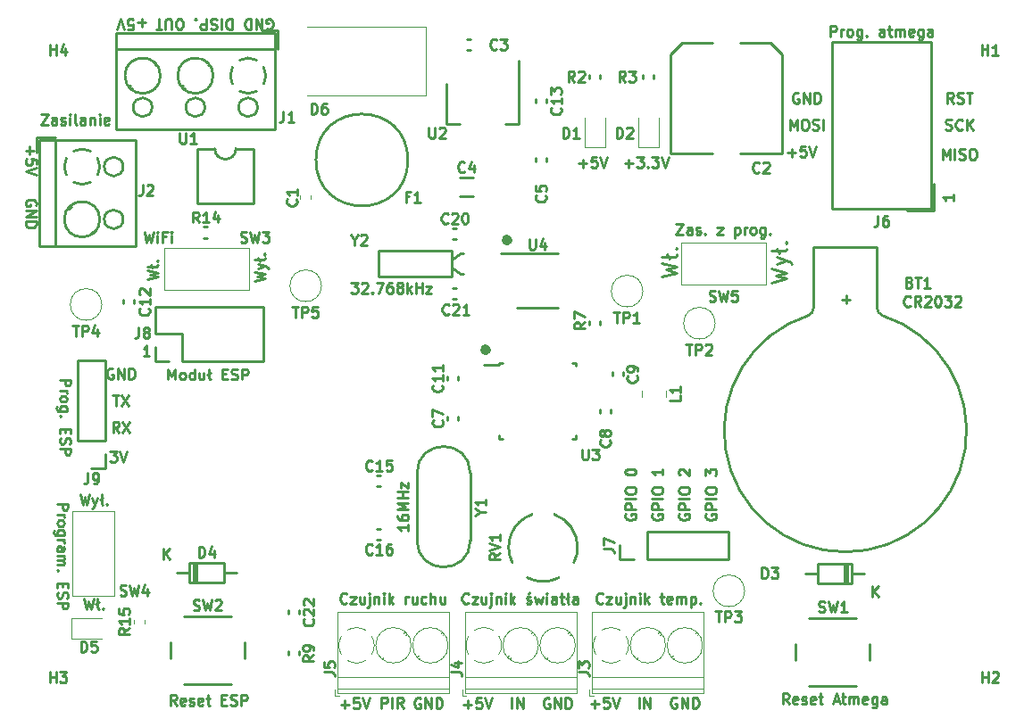
<source format=gbr>
G04 #@! TF.GenerationSoftware,KiCad,Pcbnew,(5.1.5)-3*
G04 #@! TF.CreationDate,2020-05-20T19:54:34+02:00*
G04 #@! TF.ProjectId,PONG_Display,504f4e47-5f44-4697-9370-6c61792e6b69,rev?*
G04 #@! TF.SameCoordinates,Original*
G04 #@! TF.FileFunction,Legend,Top*
G04 #@! TF.FilePolarity,Positive*
%FSLAX46Y46*%
G04 Gerber Fmt 4.6, Leading zero omitted, Abs format (unit mm)*
G04 Created by KiCad (PCBNEW (5.1.5)-3) date 2020-05-20 19:54:34*
%MOMM*%
%LPD*%
G04 APERTURE LIST*
%ADD10C,0.750000*%
%ADD11C,0.250000*%
%ADD12C,0.220000*%
%ADD13C,0.120000*%
G04 APERTURE END LIST*
D10*
X58674000Y-32821428D02*
X58816857Y-32964285D01*
X58674000Y-33107142D01*
X58531142Y-32964285D01*
X58674000Y-32821428D01*
X58674000Y-33107142D01*
D11*
X100028571Y-25344380D02*
X100028571Y-24344380D01*
X100361904Y-25058666D01*
X100695238Y-24344380D01*
X100695238Y-25344380D01*
X101171428Y-25344380D02*
X101171428Y-24344380D01*
X101600000Y-25296761D02*
X101742857Y-25344380D01*
X101980952Y-25344380D01*
X102076190Y-25296761D01*
X102123809Y-25249142D01*
X102171428Y-25153904D01*
X102171428Y-25058666D01*
X102123809Y-24963428D01*
X102076190Y-24915809D01*
X101980952Y-24868190D01*
X101790476Y-24820571D01*
X101695238Y-24772952D01*
X101647619Y-24725333D01*
X101600000Y-24630095D01*
X101600000Y-24534857D01*
X101647619Y-24439619D01*
X101695238Y-24392000D01*
X101790476Y-24344380D01*
X102028571Y-24344380D01*
X102171428Y-24392000D01*
X102790476Y-24344380D02*
X102980952Y-24344380D01*
X103076190Y-24392000D01*
X103171428Y-24487238D01*
X103219047Y-24677714D01*
X103219047Y-25011047D01*
X103171428Y-25201523D01*
X103076190Y-25296761D01*
X102980952Y-25344380D01*
X102790476Y-25344380D01*
X102695238Y-25296761D01*
X102600000Y-25201523D01*
X102552380Y-25011047D01*
X102552380Y-24677714D01*
X102600000Y-24487238D01*
X102695238Y-24392000D01*
X102790476Y-24344380D01*
X100314285Y-22502761D02*
X100457142Y-22550380D01*
X100695238Y-22550380D01*
X100790476Y-22502761D01*
X100838095Y-22455142D01*
X100885714Y-22359904D01*
X100885714Y-22264666D01*
X100838095Y-22169428D01*
X100790476Y-22121809D01*
X100695238Y-22074190D01*
X100504761Y-22026571D01*
X100409523Y-21978952D01*
X100361904Y-21931333D01*
X100314285Y-21836095D01*
X100314285Y-21740857D01*
X100361904Y-21645619D01*
X100409523Y-21598000D01*
X100504761Y-21550380D01*
X100742857Y-21550380D01*
X100885714Y-21598000D01*
X101885714Y-22455142D02*
X101838095Y-22502761D01*
X101695238Y-22550380D01*
X101600000Y-22550380D01*
X101457142Y-22502761D01*
X101361904Y-22407523D01*
X101314285Y-22312285D01*
X101266666Y-22121809D01*
X101266666Y-21978952D01*
X101314285Y-21788476D01*
X101361904Y-21693238D01*
X101457142Y-21598000D01*
X101600000Y-21550380D01*
X101695238Y-21550380D01*
X101838095Y-21598000D01*
X101885714Y-21645619D01*
X102314285Y-22550380D02*
X102314285Y-21550380D01*
X102885714Y-22550380D02*
X102457142Y-21978952D01*
X102885714Y-21550380D02*
X102314285Y-22121809D01*
X101052380Y-20010380D02*
X100719047Y-19534190D01*
X100480952Y-20010380D02*
X100480952Y-19010380D01*
X100861904Y-19010380D01*
X100957142Y-19058000D01*
X101004761Y-19105619D01*
X101052380Y-19200857D01*
X101052380Y-19343714D01*
X101004761Y-19438952D01*
X100957142Y-19486571D01*
X100861904Y-19534190D01*
X100480952Y-19534190D01*
X101433333Y-19962761D02*
X101576190Y-20010380D01*
X101814285Y-20010380D01*
X101909523Y-19962761D01*
X101957142Y-19915142D01*
X102004761Y-19819904D01*
X102004761Y-19724666D01*
X101957142Y-19629428D01*
X101909523Y-19581809D01*
X101814285Y-19534190D01*
X101623809Y-19486571D01*
X101528571Y-19438952D01*
X101480952Y-19391333D01*
X101433333Y-19296095D01*
X101433333Y-19200857D01*
X101480952Y-19105619D01*
X101528571Y-19058000D01*
X101623809Y-19010380D01*
X101861904Y-19010380D01*
X102004761Y-19058000D01*
X102290476Y-19010380D02*
X102861904Y-19010380D01*
X102576190Y-20010380D02*
X102576190Y-19010380D01*
X85328285Y-24709428D02*
X86090190Y-24709428D01*
X85709238Y-25090380D02*
X85709238Y-24328476D01*
X87042571Y-24090380D02*
X86566380Y-24090380D01*
X86518761Y-24566571D01*
X86566380Y-24518952D01*
X86661619Y-24471333D01*
X86899714Y-24471333D01*
X86994952Y-24518952D01*
X87042571Y-24566571D01*
X87090190Y-24661809D01*
X87090190Y-24899904D01*
X87042571Y-24995142D01*
X86994952Y-25042761D01*
X86899714Y-25090380D01*
X86661619Y-25090380D01*
X86566380Y-25042761D01*
X86518761Y-24995142D01*
X87375904Y-24090380D02*
X87709238Y-25090380D01*
X88042571Y-24090380D01*
X85550571Y-22550380D02*
X85550571Y-21550380D01*
X85883904Y-22264666D01*
X86217238Y-21550380D01*
X86217238Y-22550380D01*
X86883904Y-21550380D02*
X87074380Y-21550380D01*
X87169619Y-21598000D01*
X87264857Y-21693238D01*
X87312476Y-21883714D01*
X87312476Y-22217047D01*
X87264857Y-22407523D01*
X87169619Y-22502761D01*
X87074380Y-22550380D01*
X86883904Y-22550380D01*
X86788666Y-22502761D01*
X86693428Y-22407523D01*
X86645809Y-22217047D01*
X86645809Y-21883714D01*
X86693428Y-21693238D01*
X86788666Y-21598000D01*
X86883904Y-21550380D01*
X87693428Y-22502761D02*
X87836285Y-22550380D01*
X88074380Y-22550380D01*
X88169619Y-22502761D01*
X88217238Y-22455142D01*
X88264857Y-22359904D01*
X88264857Y-22264666D01*
X88217238Y-22169428D01*
X88169619Y-22121809D01*
X88074380Y-22074190D01*
X87883904Y-22026571D01*
X87788666Y-21978952D01*
X87741047Y-21931333D01*
X87693428Y-21836095D01*
X87693428Y-21740857D01*
X87741047Y-21645619D01*
X87788666Y-21598000D01*
X87883904Y-21550380D01*
X88122000Y-21550380D01*
X88264857Y-21598000D01*
X88693428Y-22550380D02*
X88693428Y-21550380D01*
X86360095Y-19058000D02*
X86264857Y-19010380D01*
X86122000Y-19010380D01*
X85979142Y-19058000D01*
X85883904Y-19153238D01*
X85836285Y-19248476D01*
X85788666Y-19438952D01*
X85788666Y-19581809D01*
X85836285Y-19772285D01*
X85883904Y-19867523D01*
X85979142Y-19962761D01*
X86122000Y-20010380D01*
X86217238Y-20010380D01*
X86360095Y-19962761D01*
X86407714Y-19915142D01*
X86407714Y-19581809D01*
X86217238Y-19581809D01*
X86836285Y-20010380D02*
X86836285Y-19010380D01*
X87407714Y-20010380D01*
X87407714Y-19010380D01*
X87883904Y-20010380D02*
X87883904Y-19010380D01*
X88122000Y-19010380D01*
X88264857Y-19058000D01*
X88360095Y-19153238D01*
X88407714Y-19248476D01*
X88455333Y-19438952D01*
X88455333Y-19581809D01*
X88407714Y-19772285D01*
X88360095Y-19867523D01*
X88264857Y-19962761D01*
X88122000Y-20010380D01*
X87883904Y-20010380D01*
X89400666Y-13660380D02*
X89400666Y-12660380D01*
X89781619Y-12660380D01*
X89876857Y-12708000D01*
X89924476Y-12755619D01*
X89972095Y-12850857D01*
X89972095Y-12993714D01*
X89924476Y-13088952D01*
X89876857Y-13136571D01*
X89781619Y-13184190D01*
X89400666Y-13184190D01*
X90400666Y-13660380D02*
X90400666Y-12993714D01*
X90400666Y-13184190D02*
X90448285Y-13088952D01*
X90495904Y-13041333D01*
X90591142Y-12993714D01*
X90686380Y-12993714D01*
X91162571Y-13660380D02*
X91067333Y-13612761D01*
X91019714Y-13565142D01*
X90972095Y-13469904D01*
X90972095Y-13184190D01*
X91019714Y-13088952D01*
X91067333Y-13041333D01*
X91162571Y-12993714D01*
X91305428Y-12993714D01*
X91400666Y-13041333D01*
X91448285Y-13088952D01*
X91495904Y-13184190D01*
X91495904Y-13469904D01*
X91448285Y-13565142D01*
X91400666Y-13612761D01*
X91305428Y-13660380D01*
X91162571Y-13660380D01*
X92353047Y-12993714D02*
X92353047Y-13803238D01*
X92305428Y-13898476D01*
X92257809Y-13946095D01*
X92162571Y-13993714D01*
X92019714Y-13993714D01*
X91924476Y-13946095D01*
X92353047Y-13612761D02*
X92257809Y-13660380D01*
X92067333Y-13660380D01*
X91972095Y-13612761D01*
X91924476Y-13565142D01*
X91876857Y-13469904D01*
X91876857Y-13184190D01*
X91924476Y-13088952D01*
X91972095Y-13041333D01*
X92067333Y-12993714D01*
X92257809Y-12993714D01*
X92353047Y-13041333D01*
X92829238Y-13565142D02*
X92876857Y-13612761D01*
X92829238Y-13660380D01*
X92781619Y-13612761D01*
X92829238Y-13565142D01*
X92829238Y-13660380D01*
X94495904Y-13660380D02*
X94495904Y-13136571D01*
X94448285Y-13041333D01*
X94353047Y-12993714D01*
X94162571Y-12993714D01*
X94067333Y-13041333D01*
X94495904Y-13612761D02*
X94400666Y-13660380D01*
X94162571Y-13660380D01*
X94067333Y-13612761D01*
X94019714Y-13517523D01*
X94019714Y-13422285D01*
X94067333Y-13327047D01*
X94162571Y-13279428D01*
X94400666Y-13279428D01*
X94495904Y-13231809D01*
X94829238Y-12993714D02*
X95210190Y-12993714D01*
X94972095Y-12660380D02*
X94972095Y-13517523D01*
X95019714Y-13612761D01*
X95114952Y-13660380D01*
X95210190Y-13660380D01*
X95543523Y-13660380D02*
X95543523Y-12993714D01*
X95543523Y-13088952D02*
X95591142Y-13041333D01*
X95686380Y-12993714D01*
X95829238Y-12993714D01*
X95924476Y-13041333D01*
X95972095Y-13136571D01*
X95972095Y-13660380D01*
X95972095Y-13136571D02*
X96019714Y-13041333D01*
X96114952Y-12993714D01*
X96257809Y-12993714D01*
X96353047Y-13041333D01*
X96400666Y-13136571D01*
X96400666Y-13660380D01*
X97257809Y-13612761D02*
X97162571Y-13660380D01*
X96972095Y-13660380D01*
X96876857Y-13612761D01*
X96829238Y-13517523D01*
X96829238Y-13136571D01*
X96876857Y-13041333D01*
X96972095Y-12993714D01*
X97162571Y-12993714D01*
X97257809Y-13041333D01*
X97305428Y-13136571D01*
X97305428Y-13231809D01*
X96829238Y-13327047D01*
X98162571Y-12993714D02*
X98162571Y-13803238D01*
X98114952Y-13898476D01*
X98067333Y-13946095D01*
X97972095Y-13993714D01*
X97829238Y-13993714D01*
X97734000Y-13946095D01*
X98162571Y-13612761D02*
X98067333Y-13660380D01*
X97876857Y-13660380D01*
X97781619Y-13612761D01*
X97734000Y-13565142D01*
X97686380Y-13469904D01*
X97686380Y-13184190D01*
X97734000Y-13088952D01*
X97781619Y-13041333D01*
X97876857Y-12993714D01*
X98067333Y-12993714D01*
X98162571Y-13041333D01*
X99067333Y-13660380D02*
X99067333Y-13136571D01*
X99019714Y-13041333D01*
X98924476Y-12993714D01*
X98734000Y-12993714D01*
X98638761Y-13041333D01*
X99067333Y-13612761D02*
X98972095Y-13660380D01*
X98734000Y-13660380D01*
X98638761Y-13612761D01*
X98591142Y-13517523D01*
X98591142Y-13422285D01*
X98638761Y-13327047D01*
X98734000Y-13279428D01*
X98972095Y-13279428D01*
X99067333Y-13231809D01*
X24320666Y-32218380D02*
X24558761Y-33218380D01*
X24749238Y-32504095D01*
X24939714Y-33218380D01*
X25177809Y-32218380D01*
X25558761Y-33218380D02*
X25558761Y-32551714D01*
X25558761Y-32218380D02*
X25511142Y-32266000D01*
X25558761Y-32313619D01*
X25606380Y-32266000D01*
X25558761Y-32218380D01*
X25558761Y-32313619D01*
X26368285Y-32694571D02*
X26034952Y-32694571D01*
X26034952Y-33218380D02*
X26034952Y-32218380D01*
X26511142Y-32218380D01*
X26892095Y-33218380D02*
X26892095Y-32551714D01*
X26892095Y-32218380D02*
X26844476Y-32266000D01*
X26892095Y-32313619D01*
X26939714Y-32266000D01*
X26892095Y-32218380D01*
X26892095Y-32313619D01*
X34758380Y-36869523D02*
X35758380Y-36631428D01*
X35044095Y-36440952D01*
X35758380Y-36250476D01*
X34758380Y-36012380D01*
X35091714Y-35726666D02*
X35758380Y-35488571D01*
X35091714Y-35250476D02*
X35758380Y-35488571D01*
X35996476Y-35583809D01*
X36044095Y-35631428D01*
X36091714Y-35726666D01*
X35758380Y-34726666D02*
X35710761Y-34821904D01*
X35615523Y-34869523D01*
X34758380Y-34869523D01*
X35282190Y-35012380D02*
X35091714Y-34726666D01*
X35663142Y-34345714D02*
X35710761Y-34298095D01*
X35758380Y-34345714D01*
X35710761Y-34393333D01*
X35663142Y-34345714D01*
X35758380Y-34345714D01*
X24598380Y-36742571D02*
X25598380Y-36504476D01*
X24884095Y-36314000D01*
X25598380Y-36123523D01*
X24598380Y-35885428D01*
X25598380Y-35361619D02*
X25550761Y-35456857D01*
X25455523Y-35504476D01*
X24598380Y-35504476D01*
X25122190Y-35647333D02*
X24931714Y-35361619D01*
X25503142Y-34980666D02*
X25550761Y-34933047D01*
X25598380Y-34980666D01*
X25550761Y-35028285D01*
X25503142Y-34980666D01*
X25598380Y-34980666D01*
X26591095Y-46235880D02*
X26591095Y-45235880D01*
X26924428Y-45950166D01*
X27257761Y-45235880D01*
X27257761Y-46235880D01*
X27876809Y-46235880D02*
X27781571Y-46188261D01*
X27733952Y-46140642D01*
X27686333Y-46045404D01*
X27686333Y-45759690D01*
X27733952Y-45664452D01*
X27781571Y-45616833D01*
X27876809Y-45569214D01*
X28019666Y-45569214D01*
X28114904Y-45616833D01*
X28162523Y-45664452D01*
X28210142Y-45759690D01*
X28210142Y-46045404D01*
X28162523Y-46140642D01*
X28114904Y-46188261D01*
X28019666Y-46235880D01*
X27876809Y-46235880D01*
X29067285Y-46235880D02*
X29067285Y-45235880D01*
X29067285Y-46188261D02*
X28972047Y-46235880D01*
X28781571Y-46235880D01*
X28686333Y-46188261D01*
X28638714Y-46140642D01*
X28591095Y-46045404D01*
X28591095Y-45759690D01*
X28638714Y-45664452D01*
X28686333Y-45616833D01*
X28781571Y-45569214D01*
X28972047Y-45569214D01*
X29067285Y-45616833D01*
X29972047Y-45569214D02*
X29972047Y-46235880D01*
X29543476Y-45569214D02*
X29543476Y-46093023D01*
X29591095Y-46188261D01*
X29686333Y-46235880D01*
X29829190Y-46235880D01*
X29924428Y-46188261D01*
X29972047Y-46140642D01*
X30591095Y-46235880D02*
X30495857Y-46188261D01*
X30448238Y-46093023D01*
X30448238Y-45235880D01*
X30305380Y-45759690D02*
X30591095Y-45569214D01*
X31733952Y-45712071D02*
X32067285Y-45712071D01*
X32210142Y-46235880D02*
X31733952Y-46235880D01*
X31733952Y-45235880D01*
X32210142Y-45235880D01*
X32591095Y-46188261D02*
X32733952Y-46235880D01*
X32972047Y-46235880D01*
X33067285Y-46188261D01*
X33114904Y-46140642D01*
X33162523Y-46045404D01*
X33162523Y-45950166D01*
X33114904Y-45854928D01*
X33067285Y-45807309D01*
X32972047Y-45759690D01*
X32781571Y-45712071D01*
X32686333Y-45664452D01*
X32638714Y-45616833D01*
X32591095Y-45521595D01*
X32591095Y-45426357D01*
X32638714Y-45331119D01*
X32686333Y-45283500D01*
X32781571Y-45235880D01*
X33019666Y-45235880D01*
X33162523Y-45283500D01*
X33591095Y-46235880D02*
X33591095Y-45235880D01*
X33972047Y-45235880D01*
X34067285Y-45283500D01*
X34114904Y-45331119D01*
X34162523Y-45426357D01*
X34162523Y-45569214D01*
X34114904Y-45664452D01*
X34067285Y-45712071D01*
X33972047Y-45759690D01*
X33591095Y-45759690D01*
X18248476Y-57110380D02*
X18486571Y-58110380D01*
X18677047Y-57396095D01*
X18867523Y-58110380D01*
X19105619Y-57110380D01*
X19391333Y-57443714D02*
X19629428Y-58110380D01*
X19867523Y-57443714D02*
X19629428Y-58110380D01*
X19534190Y-58348476D01*
X19486571Y-58396095D01*
X19391333Y-58443714D01*
X20391333Y-58110380D02*
X20296095Y-58062761D01*
X20248476Y-57967523D01*
X20248476Y-57110380D01*
X20105619Y-57634190D02*
X20391333Y-57443714D01*
X20772285Y-58015142D02*
X20819904Y-58062761D01*
X20772285Y-58110380D01*
X20724666Y-58062761D01*
X20772285Y-58015142D01*
X20772285Y-58110380D01*
X69882000Y-25725428D02*
X70643904Y-25725428D01*
X70262952Y-26106380D02*
X70262952Y-25344476D01*
X71024857Y-25106380D02*
X71643904Y-25106380D01*
X71310571Y-25487333D01*
X71453428Y-25487333D01*
X71548666Y-25534952D01*
X71596285Y-25582571D01*
X71643904Y-25677809D01*
X71643904Y-25915904D01*
X71596285Y-26011142D01*
X71548666Y-26058761D01*
X71453428Y-26106380D01*
X71167714Y-26106380D01*
X71072476Y-26058761D01*
X71024857Y-26011142D01*
X72072476Y-26011142D02*
X72120095Y-26058761D01*
X72072476Y-26106380D01*
X72024857Y-26058761D01*
X72072476Y-26011142D01*
X72072476Y-26106380D01*
X72453428Y-25106380D02*
X73072476Y-25106380D01*
X72739142Y-25487333D01*
X72882000Y-25487333D01*
X72977238Y-25534952D01*
X73024857Y-25582571D01*
X73072476Y-25677809D01*
X73072476Y-25915904D01*
X73024857Y-26011142D01*
X72977238Y-26058761D01*
X72882000Y-26106380D01*
X72596285Y-26106380D01*
X72501047Y-26058761D01*
X72453428Y-26011142D01*
X73358190Y-25106380D02*
X73691523Y-26106380D01*
X74024857Y-25106380D01*
X65516285Y-25725428D02*
X66278190Y-25725428D01*
X65897238Y-26106380D02*
X65897238Y-25344476D01*
X67230571Y-25106380D02*
X66754380Y-25106380D01*
X66706761Y-25582571D01*
X66754380Y-25534952D01*
X66849619Y-25487333D01*
X67087714Y-25487333D01*
X67182952Y-25534952D01*
X67230571Y-25582571D01*
X67278190Y-25677809D01*
X67278190Y-25915904D01*
X67230571Y-26011142D01*
X67182952Y-26058761D01*
X67087714Y-26106380D01*
X66849619Y-26106380D01*
X66754380Y-26058761D01*
X66706761Y-26011142D01*
X67563904Y-25106380D02*
X67897238Y-26106380D01*
X68230571Y-25106380D01*
X83760571Y-37016285D02*
X85260571Y-36659142D01*
X84189142Y-36373428D01*
X85260571Y-36087714D01*
X83760571Y-35730571D01*
X84260571Y-35302000D02*
X85260571Y-34944857D01*
X84260571Y-34587714D02*
X85260571Y-34944857D01*
X85617714Y-35087714D01*
X85689142Y-35159142D01*
X85760571Y-35302000D01*
X85260571Y-33802000D02*
X85189142Y-33944857D01*
X85046285Y-34016285D01*
X83760571Y-34016285D01*
X84546285Y-34230571D02*
X84260571Y-33802000D01*
X85117714Y-33230571D02*
X85189142Y-33159142D01*
X85260571Y-33230571D01*
X85189142Y-33302000D01*
X85117714Y-33230571D01*
X85260571Y-33230571D01*
X73346571Y-36444857D02*
X74846571Y-36087714D01*
X73775142Y-35802000D01*
X74846571Y-35516285D01*
X73346571Y-35159142D01*
X74846571Y-34373428D02*
X74775142Y-34516285D01*
X74632285Y-34587714D01*
X73346571Y-34587714D01*
X74132285Y-34802000D02*
X73846571Y-34373428D01*
X74703714Y-33802000D02*
X74775142Y-33730571D01*
X74846571Y-33802000D01*
X74775142Y-33873428D01*
X74703714Y-33802000D01*
X74846571Y-33802000D01*
X74748000Y-31456380D02*
X75414666Y-31456380D01*
X74748000Y-32456380D01*
X75414666Y-32456380D01*
X76224190Y-32456380D02*
X76224190Y-31932571D01*
X76176571Y-31837333D01*
X76081333Y-31789714D01*
X75890857Y-31789714D01*
X75795619Y-31837333D01*
X76224190Y-32408761D02*
X76128952Y-32456380D01*
X75890857Y-32456380D01*
X75795619Y-32408761D01*
X75748000Y-32313523D01*
X75748000Y-32218285D01*
X75795619Y-32123047D01*
X75890857Y-32075428D01*
X76128952Y-32075428D01*
X76224190Y-32027809D01*
X76652761Y-32408761D02*
X76748000Y-32456380D01*
X76938476Y-32456380D01*
X77033714Y-32408761D01*
X77081333Y-32313523D01*
X77081333Y-32265904D01*
X77033714Y-32170666D01*
X76938476Y-32123047D01*
X76795619Y-32123047D01*
X76700380Y-32075428D01*
X76652761Y-31980190D01*
X76652761Y-31932571D01*
X76700380Y-31837333D01*
X76795619Y-31789714D01*
X76938476Y-31789714D01*
X77033714Y-31837333D01*
X77509904Y-32361142D02*
X77557523Y-32408761D01*
X77509904Y-32456380D01*
X77462285Y-32408761D01*
X77509904Y-32361142D01*
X77509904Y-32456380D01*
X78652761Y-31789714D02*
X79176571Y-31789714D01*
X78652761Y-32456380D01*
X79176571Y-32456380D01*
X80319428Y-31789714D02*
X80319428Y-32789714D01*
X80319428Y-31837333D02*
X80414666Y-31789714D01*
X80605142Y-31789714D01*
X80700380Y-31837333D01*
X80748000Y-31884952D01*
X80795619Y-31980190D01*
X80795619Y-32265904D01*
X80748000Y-32361142D01*
X80700380Y-32408761D01*
X80605142Y-32456380D01*
X80414666Y-32456380D01*
X80319428Y-32408761D01*
X81224190Y-32456380D02*
X81224190Y-31789714D01*
X81224190Y-31980190D02*
X81271809Y-31884952D01*
X81319428Y-31837333D01*
X81414666Y-31789714D01*
X81509904Y-31789714D01*
X81986095Y-32456380D02*
X81890857Y-32408761D01*
X81843238Y-32361142D01*
X81795619Y-32265904D01*
X81795619Y-31980190D01*
X81843238Y-31884952D01*
X81890857Y-31837333D01*
X81986095Y-31789714D01*
X82128952Y-31789714D01*
X82224190Y-31837333D01*
X82271809Y-31884952D01*
X82319428Y-31980190D01*
X82319428Y-32265904D01*
X82271809Y-32361142D01*
X82224190Y-32408761D01*
X82128952Y-32456380D01*
X81986095Y-32456380D01*
X83176571Y-31789714D02*
X83176571Y-32599238D01*
X83128952Y-32694476D01*
X83081333Y-32742095D01*
X82986095Y-32789714D01*
X82843238Y-32789714D01*
X82748000Y-32742095D01*
X83176571Y-32408761D02*
X83081333Y-32456380D01*
X82890857Y-32456380D01*
X82795619Y-32408761D01*
X82748000Y-32361142D01*
X82700380Y-32265904D01*
X82700380Y-31980190D01*
X82748000Y-31884952D01*
X82795619Y-31837333D01*
X82890857Y-31789714D01*
X83081333Y-31789714D01*
X83176571Y-31837333D01*
X83652761Y-32361142D02*
X83700380Y-32408761D01*
X83652761Y-32456380D01*
X83605142Y-32408761D01*
X83652761Y-32361142D01*
X83652761Y-32456380D01*
X16057619Y-58039619D02*
X17057619Y-58039619D01*
X17057619Y-58420571D01*
X17010000Y-58515809D01*
X16962380Y-58563428D01*
X16867142Y-58611047D01*
X16724285Y-58611047D01*
X16629047Y-58563428D01*
X16581428Y-58515809D01*
X16533809Y-58420571D01*
X16533809Y-58039619D01*
X16057619Y-59039619D02*
X16724285Y-59039619D01*
X16533809Y-59039619D02*
X16629047Y-59087238D01*
X16676666Y-59134857D01*
X16724285Y-59230095D01*
X16724285Y-59325333D01*
X16057619Y-59801523D02*
X16105238Y-59706285D01*
X16152857Y-59658666D01*
X16248095Y-59611047D01*
X16533809Y-59611047D01*
X16629047Y-59658666D01*
X16676666Y-59706285D01*
X16724285Y-59801523D01*
X16724285Y-59944380D01*
X16676666Y-60039619D01*
X16629047Y-60087238D01*
X16533809Y-60134857D01*
X16248095Y-60134857D01*
X16152857Y-60087238D01*
X16105238Y-60039619D01*
X16057619Y-59944380D01*
X16057619Y-59801523D01*
X16724285Y-60992000D02*
X15914761Y-60992000D01*
X15819523Y-60944380D01*
X15771904Y-60896761D01*
X15724285Y-60801523D01*
X15724285Y-60658666D01*
X15771904Y-60563428D01*
X16105238Y-60992000D02*
X16057619Y-60896761D01*
X16057619Y-60706285D01*
X16105238Y-60611047D01*
X16152857Y-60563428D01*
X16248095Y-60515809D01*
X16533809Y-60515809D01*
X16629047Y-60563428D01*
X16676666Y-60611047D01*
X16724285Y-60706285D01*
X16724285Y-60896761D01*
X16676666Y-60992000D01*
X16057619Y-61468190D02*
X16724285Y-61468190D01*
X16533809Y-61468190D02*
X16629047Y-61515809D01*
X16676666Y-61563428D01*
X16724285Y-61658666D01*
X16724285Y-61753904D01*
X16057619Y-62515809D02*
X16581428Y-62515809D01*
X16676666Y-62468190D01*
X16724285Y-62372952D01*
X16724285Y-62182476D01*
X16676666Y-62087238D01*
X16105238Y-62515809D02*
X16057619Y-62420571D01*
X16057619Y-62182476D01*
X16105238Y-62087238D01*
X16200476Y-62039619D01*
X16295714Y-62039619D01*
X16390952Y-62087238D01*
X16438571Y-62182476D01*
X16438571Y-62420571D01*
X16486190Y-62515809D01*
X16057619Y-62992000D02*
X16724285Y-62992000D01*
X16629047Y-62992000D02*
X16676666Y-63039619D01*
X16724285Y-63134857D01*
X16724285Y-63277714D01*
X16676666Y-63372952D01*
X16581428Y-63420571D01*
X16057619Y-63420571D01*
X16581428Y-63420571D02*
X16676666Y-63468190D01*
X16724285Y-63563428D01*
X16724285Y-63706285D01*
X16676666Y-63801523D01*
X16581428Y-63849142D01*
X16057619Y-63849142D01*
X16152857Y-64325333D02*
X16105238Y-64372952D01*
X16057619Y-64325333D01*
X16105238Y-64277714D01*
X16152857Y-64325333D01*
X16057619Y-64325333D01*
X16581428Y-65563428D02*
X16581428Y-65896761D01*
X16057619Y-66039619D02*
X16057619Y-65563428D01*
X17057619Y-65563428D01*
X17057619Y-66039619D01*
X16105238Y-66420571D02*
X16057619Y-66563428D01*
X16057619Y-66801523D01*
X16105238Y-66896761D01*
X16152857Y-66944380D01*
X16248095Y-66992000D01*
X16343333Y-66992000D01*
X16438571Y-66944380D01*
X16486190Y-66896761D01*
X16533809Y-66801523D01*
X16581428Y-66611047D01*
X16629047Y-66515809D01*
X16676666Y-66468190D01*
X16771904Y-66420571D01*
X16867142Y-66420571D01*
X16962380Y-66468190D01*
X17010000Y-66515809D01*
X17057619Y-66611047D01*
X17057619Y-66849142D01*
X17010000Y-66992000D01*
X16057619Y-67420571D02*
X17057619Y-67420571D01*
X17057619Y-67801523D01*
X17010000Y-67896761D01*
X16962380Y-67944380D01*
X16867142Y-67992000D01*
X16724285Y-67992000D01*
X16629047Y-67944380D01*
X16581428Y-67896761D01*
X16533809Y-67801523D01*
X16533809Y-67420571D01*
X18629428Y-67016380D02*
X18867523Y-68016380D01*
X19058000Y-67302095D01*
X19248476Y-68016380D01*
X19486571Y-67016380D01*
X20010380Y-68016380D02*
X19915142Y-67968761D01*
X19867523Y-67873523D01*
X19867523Y-67016380D01*
X19724666Y-67540190D02*
X20010380Y-67349714D01*
X20391333Y-67921142D02*
X20438952Y-67968761D01*
X20391333Y-68016380D01*
X20343714Y-67968761D01*
X20391333Y-67921142D01*
X20391333Y-68016380D01*
X62738095Y-76500000D02*
X62642857Y-76452380D01*
X62500000Y-76452380D01*
X62357142Y-76500000D01*
X62261904Y-76595238D01*
X62214285Y-76690476D01*
X62166666Y-76880952D01*
X62166666Y-77023809D01*
X62214285Y-77214285D01*
X62261904Y-77309523D01*
X62357142Y-77404761D01*
X62500000Y-77452380D01*
X62595238Y-77452380D01*
X62738095Y-77404761D01*
X62785714Y-77357142D01*
X62785714Y-77023809D01*
X62595238Y-77023809D01*
X63214285Y-77452380D02*
X63214285Y-76452380D01*
X63785714Y-77452380D01*
X63785714Y-76452380D01*
X64261904Y-77452380D02*
X64261904Y-76452380D01*
X64500000Y-76452380D01*
X64642857Y-76500000D01*
X64738095Y-76595238D01*
X64785714Y-76690476D01*
X64833333Y-76880952D01*
X64833333Y-77023809D01*
X64785714Y-77214285D01*
X64738095Y-77309523D01*
X64642857Y-77404761D01*
X64500000Y-77452380D01*
X64261904Y-77452380D01*
X77605000Y-59007142D02*
X77557380Y-59102380D01*
X77557380Y-59245238D01*
X77605000Y-59388095D01*
X77700238Y-59483333D01*
X77795476Y-59530952D01*
X77985952Y-59578571D01*
X78128809Y-59578571D01*
X78319285Y-59530952D01*
X78414523Y-59483333D01*
X78509761Y-59388095D01*
X78557380Y-59245238D01*
X78557380Y-59150000D01*
X78509761Y-59007142D01*
X78462142Y-58959523D01*
X78128809Y-58959523D01*
X78128809Y-59150000D01*
X78557380Y-58530952D02*
X77557380Y-58530952D01*
X77557380Y-58150000D01*
X77605000Y-58054761D01*
X77652619Y-58007142D01*
X77747857Y-57959523D01*
X77890714Y-57959523D01*
X77985952Y-58007142D01*
X78033571Y-58054761D01*
X78081190Y-58150000D01*
X78081190Y-58530952D01*
X78557380Y-57530952D02*
X77557380Y-57530952D01*
X77557380Y-56864285D02*
X77557380Y-56673809D01*
X77605000Y-56578571D01*
X77700238Y-56483333D01*
X77890714Y-56435714D01*
X78224047Y-56435714D01*
X78414523Y-56483333D01*
X78509761Y-56578571D01*
X78557380Y-56673809D01*
X78557380Y-56864285D01*
X78509761Y-56959523D01*
X78414523Y-57054761D01*
X78224047Y-57102380D01*
X77890714Y-57102380D01*
X77700238Y-57054761D01*
X77605000Y-56959523D01*
X77557380Y-56864285D01*
X77557380Y-55340476D02*
X77557380Y-54721428D01*
X77938333Y-55054761D01*
X77938333Y-54911904D01*
X77985952Y-54816666D01*
X78033571Y-54769047D01*
X78128809Y-54721428D01*
X78366904Y-54721428D01*
X78462142Y-54769047D01*
X78509761Y-54816666D01*
X78557380Y-54911904D01*
X78557380Y-55197619D01*
X78509761Y-55292857D01*
X78462142Y-55340476D01*
X75065000Y-59007142D02*
X75017380Y-59102380D01*
X75017380Y-59245238D01*
X75065000Y-59388095D01*
X75160238Y-59483333D01*
X75255476Y-59530952D01*
X75445952Y-59578571D01*
X75588809Y-59578571D01*
X75779285Y-59530952D01*
X75874523Y-59483333D01*
X75969761Y-59388095D01*
X76017380Y-59245238D01*
X76017380Y-59150000D01*
X75969761Y-59007142D01*
X75922142Y-58959523D01*
X75588809Y-58959523D01*
X75588809Y-59150000D01*
X76017380Y-58530952D02*
X75017380Y-58530952D01*
X75017380Y-58150000D01*
X75065000Y-58054761D01*
X75112619Y-58007142D01*
X75207857Y-57959523D01*
X75350714Y-57959523D01*
X75445952Y-58007142D01*
X75493571Y-58054761D01*
X75541190Y-58150000D01*
X75541190Y-58530952D01*
X76017380Y-57530952D02*
X75017380Y-57530952D01*
X75017380Y-56864285D02*
X75017380Y-56673809D01*
X75065000Y-56578571D01*
X75160238Y-56483333D01*
X75350714Y-56435714D01*
X75684047Y-56435714D01*
X75874523Y-56483333D01*
X75969761Y-56578571D01*
X76017380Y-56673809D01*
X76017380Y-56864285D01*
X75969761Y-56959523D01*
X75874523Y-57054761D01*
X75684047Y-57102380D01*
X75350714Y-57102380D01*
X75160238Y-57054761D01*
X75065000Y-56959523D01*
X75017380Y-56864285D01*
X75112619Y-55292857D02*
X75065000Y-55245238D01*
X75017380Y-55150000D01*
X75017380Y-54911904D01*
X75065000Y-54816666D01*
X75112619Y-54769047D01*
X75207857Y-54721428D01*
X75303095Y-54721428D01*
X75445952Y-54769047D01*
X76017380Y-55340476D01*
X76017380Y-54721428D01*
X72525000Y-59007142D02*
X72477380Y-59102380D01*
X72477380Y-59245238D01*
X72525000Y-59388095D01*
X72620238Y-59483333D01*
X72715476Y-59530952D01*
X72905952Y-59578571D01*
X73048809Y-59578571D01*
X73239285Y-59530952D01*
X73334523Y-59483333D01*
X73429761Y-59388095D01*
X73477380Y-59245238D01*
X73477380Y-59150000D01*
X73429761Y-59007142D01*
X73382142Y-58959523D01*
X73048809Y-58959523D01*
X73048809Y-59150000D01*
X73477380Y-58530952D02*
X72477380Y-58530952D01*
X72477380Y-58150000D01*
X72525000Y-58054761D01*
X72572619Y-58007142D01*
X72667857Y-57959523D01*
X72810714Y-57959523D01*
X72905952Y-58007142D01*
X72953571Y-58054761D01*
X73001190Y-58150000D01*
X73001190Y-58530952D01*
X73477380Y-57530952D02*
X72477380Y-57530952D01*
X72477380Y-56864285D02*
X72477380Y-56673809D01*
X72525000Y-56578571D01*
X72620238Y-56483333D01*
X72810714Y-56435714D01*
X73144047Y-56435714D01*
X73334523Y-56483333D01*
X73429761Y-56578571D01*
X73477380Y-56673809D01*
X73477380Y-56864285D01*
X73429761Y-56959523D01*
X73334523Y-57054761D01*
X73144047Y-57102380D01*
X72810714Y-57102380D01*
X72620238Y-57054761D01*
X72525000Y-56959523D01*
X72477380Y-56864285D01*
X73477380Y-54721428D02*
X73477380Y-55292857D01*
X73477380Y-55007142D02*
X72477380Y-55007142D01*
X72620238Y-55102380D01*
X72715476Y-55197619D01*
X72763095Y-55292857D01*
X69985000Y-59007142D02*
X69937380Y-59102380D01*
X69937380Y-59245238D01*
X69985000Y-59388095D01*
X70080238Y-59483333D01*
X70175476Y-59530952D01*
X70365952Y-59578571D01*
X70508809Y-59578571D01*
X70699285Y-59530952D01*
X70794523Y-59483333D01*
X70889761Y-59388095D01*
X70937380Y-59245238D01*
X70937380Y-59150000D01*
X70889761Y-59007142D01*
X70842142Y-58959523D01*
X70508809Y-58959523D01*
X70508809Y-59150000D01*
X70937380Y-58530952D02*
X69937380Y-58530952D01*
X69937380Y-58150000D01*
X69985000Y-58054761D01*
X70032619Y-58007142D01*
X70127857Y-57959523D01*
X70270714Y-57959523D01*
X70365952Y-58007142D01*
X70413571Y-58054761D01*
X70461190Y-58150000D01*
X70461190Y-58530952D01*
X70937380Y-57530952D02*
X69937380Y-57530952D01*
X69937380Y-56864285D02*
X69937380Y-56673809D01*
X69985000Y-56578571D01*
X70080238Y-56483333D01*
X70270714Y-56435714D01*
X70604047Y-56435714D01*
X70794523Y-56483333D01*
X70889761Y-56578571D01*
X70937380Y-56673809D01*
X70937380Y-56864285D01*
X70889761Y-56959523D01*
X70794523Y-57054761D01*
X70604047Y-57102380D01*
X70270714Y-57102380D01*
X70080238Y-57054761D01*
X69985000Y-56959523D01*
X69937380Y-56864285D01*
X69937380Y-55054761D02*
X69937380Y-54959523D01*
X69985000Y-54864285D01*
X70032619Y-54816666D01*
X70127857Y-54769047D01*
X70318333Y-54721428D01*
X70556428Y-54721428D01*
X70746904Y-54769047D01*
X70842142Y-54816666D01*
X70889761Y-54864285D01*
X70937380Y-54959523D01*
X70937380Y-55054761D01*
X70889761Y-55150000D01*
X70842142Y-55197619D01*
X70746904Y-55245238D01*
X70556428Y-55292857D01*
X70318333Y-55292857D01*
X70127857Y-55245238D01*
X70032619Y-55197619D01*
X69985000Y-55150000D01*
X69937380Y-55054761D01*
X21336095Y-45220000D02*
X21240857Y-45172380D01*
X21098000Y-45172380D01*
X20955142Y-45220000D01*
X20859904Y-45315238D01*
X20812285Y-45410476D01*
X20764666Y-45600952D01*
X20764666Y-45743809D01*
X20812285Y-45934285D01*
X20859904Y-46029523D01*
X20955142Y-46124761D01*
X21098000Y-46172380D01*
X21193238Y-46172380D01*
X21336095Y-46124761D01*
X21383714Y-46077142D01*
X21383714Y-45743809D01*
X21193238Y-45743809D01*
X21812285Y-46172380D02*
X21812285Y-45172380D01*
X22383714Y-46172380D01*
X22383714Y-45172380D01*
X22859904Y-46172380D02*
X22859904Y-45172380D01*
X23098000Y-45172380D01*
X23240857Y-45220000D01*
X23336095Y-45315238D01*
X23383714Y-45410476D01*
X23431333Y-45600952D01*
X23431333Y-45743809D01*
X23383714Y-45934285D01*
X23336095Y-46029523D01*
X23240857Y-46124761D01*
X23098000Y-46172380D01*
X22859904Y-46172380D01*
X21336095Y-47712380D02*
X21907523Y-47712380D01*
X21621809Y-48712380D02*
X21621809Y-47712380D01*
X22145619Y-47712380D02*
X22812285Y-48712380D01*
X22812285Y-47712380D02*
X22145619Y-48712380D01*
X21931333Y-51252380D02*
X21598000Y-50776190D01*
X21359904Y-51252380D02*
X21359904Y-50252380D01*
X21740857Y-50252380D01*
X21836095Y-50300000D01*
X21883714Y-50347619D01*
X21931333Y-50442857D01*
X21931333Y-50585714D01*
X21883714Y-50680952D01*
X21836095Y-50728571D01*
X21740857Y-50776190D01*
X21359904Y-50776190D01*
X22264666Y-50252380D02*
X22931333Y-51252380D01*
X22931333Y-50252380D02*
X22264666Y-51252380D01*
X21082095Y-53046380D02*
X21701142Y-53046380D01*
X21367809Y-53427333D01*
X21510666Y-53427333D01*
X21605904Y-53474952D01*
X21653523Y-53522571D01*
X21701142Y-53617809D01*
X21701142Y-53855904D01*
X21653523Y-53951142D01*
X21605904Y-53998761D01*
X21510666Y-54046380D01*
X21224952Y-54046380D01*
X21129714Y-53998761D01*
X21082095Y-53951142D01*
X21986857Y-53046380D02*
X22320190Y-54046380D01*
X22653523Y-53046380D01*
D10*
X56642000Y-43235428D02*
X56784857Y-43378285D01*
X56642000Y-43521142D01*
X56499142Y-43378285D01*
X56642000Y-43235428D01*
X56642000Y-43521142D01*
D11*
X43942476Y-37044380D02*
X44561523Y-37044380D01*
X44228190Y-37425333D01*
X44371047Y-37425333D01*
X44466285Y-37472952D01*
X44513904Y-37520571D01*
X44561523Y-37615809D01*
X44561523Y-37853904D01*
X44513904Y-37949142D01*
X44466285Y-37996761D01*
X44371047Y-38044380D01*
X44085333Y-38044380D01*
X43990095Y-37996761D01*
X43942476Y-37949142D01*
X44942476Y-37139619D02*
X44990095Y-37092000D01*
X45085333Y-37044380D01*
X45323428Y-37044380D01*
X45418666Y-37092000D01*
X45466285Y-37139619D01*
X45513904Y-37234857D01*
X45513904Y-37330095D01*
X45466285Y-37472952D01*
X44894857Y-38044380D01*
X45513904Y-38044380D01*
X45942476Y-37949142D02*
X45990095Y-37996761D01*
X45942476Y-38044380D01*
X45894857Y-37996761D01*
X45942476Y-37949142D01*
X45942476Y-38044380D01*
X46323428Y-37044380D02*
X46990095Y-37044380D01*
X46561523Y-38044380D01*
X47799619Y-37044380D02*
X47609142Y-37044380D01*
X47513904Y-37092000D01*
X47466285Y-37139619D01*
X47371047Y-37282476D01*
X47323428Y-37472952D01*
X47323428Y-37853904D01*
X47371047Y-37949142D01*
X47418666Y-37996761D01*
X47513904Y-38044380D01*
X47704380Y-38044380D01*
X47799619Y-37996761D01*
X47847238Y-37949142D01*
X47894857Y-37853904D01*
X47894857Y-37615809D01*
X47847238Y-37520571D01*
X47799619Y-37472952D01*
X47704380Y-37425333D01*
X47513904Y-37425333D01*
X47418666Y-37472952D01*
X47371047Y-37520571D01*
X47323428Y-37615809D01*
X48466285Y-37472952D02*
X48371047Y-37425333D01*
X48323428Y-37377714D01*
X48275809Y-37282476D01*
X48275809Y-37234857D01*
X48323428Y-37139619D01*
X48371047Y-37092000D01*
X48466285Y-37044380D01*
X48656761Y-37044380D01*
X48752000Y-37092000D01*
X48799619Y-37139619D01*
X48847238Y-37234857D01*
X48847238Y-37282476D01*
X48799619Y-37377714D01*
X48752000Y-37425333D01*
X48656761Y-37472952D01*
X48466285Y-37472952D01*
X48371047Y-37520571D01*
X48323428Y-37568190D01*
X48275809Y-37663428D01*
X48275809Y-37853904D01*
X48323428Y-37949142D01*
X48371047Y-37996761D01*
X48466285Y-38044380D01*
X48656761Y-38044380D01*
X48752000Y-37996761D01*
X48799619Y-37949142D01*
X48847238Y-37853904D01*
X48847238Y-37663428D01*
X48799619Y-37568190D01*
X48752000Y-37520571D01*
X48656761Y-37472952D01*
X49275809Y-38044380D02*
X49275809Y-37044380D01*
X49371047Y-37663428D02*
X49656761Y-38044380D01*
X49656761Y-37377714D02*
X49275809Y-37758666D01*
X50085333Y-38044380D02*
X50085333Y-37044380D01*
X50085333Y-37520571D02*
X50656761Y-37520571D01*
X50656761Y-38044380D02*
X50656761Y-37044380D01*
X51037714Y-37377714D02*
X51561523Y-37377714D01*
X51037714Y-38044380D01*
X51561523Y-38044380D01*
X101036380Y-28670285D02*
X101036380Y-29241714D01*
X101036380Y-28956000D02*
X100036380Y-28956000D01*
X100179238Y-29051238D01*
X100274476Y-29146476D01*
X100322095Y-29241714D01*
X24796714Y-44013380D02*
X24225285Y-44013380D01*
X24511000Y-44013380D02*
X24511000Y-43013380D01*
X24415761Y-43156238D01*
X24320523Y-43251476D01*
X24225285Y-43299095D01*
X27368880Y-77160380D02*
X27035547Y-76684190D01*
X26797452Y-77160380D02*
X26797452Y-76160380D01*
X27178404Y-76160380D01*
X27273642Y-76208000D01*
X27321261Y-76255619D01*
X27368880Y-76350857D01*
X27368880Y-76493714D01*
X27321261Y-76588952D01*
X27273642Y-76636571D01*
X27178404Y-76684190D01*
X26797452Y-76684190D01*
X28178404Y-77112761D02*
X28083166Y-77160380D01*
X27892690Y-77160380D01*
X27797452Y-77112761D01*
X27749833Y-77017523D01*
X27749833Y-76636571D01*
X27797452Y-76541333D01*
X27892690Y-76493714D01*
X28083166Y-76493714D01*
X28178404Y-76541333D01*
X28226023Y-76636571D01*
X28226023Y-76731809D01*
X27749833Y-76827047D01*
X28606976Y-77112761D02*
X28702214Y-77160380D01*
X28892690Y-77160380D01*
X28987928Y-77112761D01*
X29035547Y-77017523D01*
X29035547Y-76969904D01*
X28987928Y-76874666D01*
X28892690Y-76827047D01*
X28749833Y-76827047D01*
X28654595Y-76779428D01*
X28606976Y-76684190D01*
X28606976Y-76636571D01*
X28654595Y-76541333D01*
X28749833Y-76493714D01*
X28892690Y-76493714D01*
X28987928Y-76541333D01*
X29845071Y-77112761D02*
X29749833Y-77160380D01*
X29559357Y-77160380D01*
X29464119Y-77112761D01*
X29416500Y-77017523D01*
X29416500Y-76636571D01*
X29464119Y-76541333D01*
X29559357Y-76493714D01*
X29749833Y-76493714D01*
X29845071Y-76541333D01*
X29892690Y-76636571D01*
X29892690Y-76731809D01*
X29416500Y-76827047D01*
X30178404Y-76493714D02*
X30559357Y-76493714D01*
X30321261Y-76160380D02*
X30321261Y-77017523D01*
X30368880Y-77112761D01*
X30464119Y-77160380D01*
X30559357Y-77160380D01*
X31654595Y-76636571D02*
X31987928Y-76636571D01*
X32130785Y-77160380D02*
X31654595Y-77160380D01*
X31654595Y-76160380D01*
X32130785Y-76160380D01*
X32511738Y-77112761D02*
X32654595Y-77160380D01*
X32892690Y-77160380D01*
X32987928Y-77112761D01*
X33035547Y-77065142D01*
X33083166Y-76969904D01*
X33083166Y-76874666D01*
X33035547Y-76779428D01*
X32987928Y-76731809D01*
X32892690Y-76684190D01*
X32702214Y-76636571D01*
X32606976Y-76588952D01*
X32559357Y-76541333D01*
X32511738Y-76446095D01*
X32511738Y-76350857D01*
X32559357Y-76255619D01*
X32606976Y-76208000D01*
X32702214Y-76160380D01*
X32940309Y-76160380D01*
X33083166Y-76208000D01*
X33511738Y-77160380D02*
X33511738Y-76160380D01*
X33892690Y-76160380D01*
X33987928Y-76208000D01*
X34035547Y-76255619D01*
X34083166Y-76350857D01*
X34083166Y-76493714D01*
X34035547Y-76588952D01*
X33987928Y-76636571D01*
X33892690Y-76684190D01*
X33511738Y-76684190D01*
X85455666Y-77033380D02*
X85122333Y-76557190D01*
X84884238Y-77033380D02*
X84884238Y-76033380D01*
X85265190Y-76033380D01*
X85360428Y-76081000D01*
X85408047Y-76128619D01*
X85455666Y-76223857D01*
X85455666Y-76366714D01*
X85408047Y-76461952D01*
X85360428Y-76509571D01*
X85265190Y-76557190D01*
X84884238Y-76557190D01*
X86265190Y-76985761D02*
X86169952Y-77033380D01*
X85979476Y-77033380D01*
X85884238Y-76985761D01*
X85836619Y-76890523D01*
X85836619Y-76509571D01*
X85884238Y-76414333D01*
X85979476Y-76366714D01*
X86169952Y-76366714D01*
X86265190Y-76414333D01*
X86312809Y-76509571D01*
X86312809Y-76604809D01*
X85836619Y-76700047D01*
X86693761Y-76985761D02*
X86789000Y-77033380D01*
X86979476Y-77033380D01*
X87074714Y-76985761D01*
X87122333Y-76890523D01*
X87122333Y-76842904D01*
X87074714Y-76747666D01*
X86979476Y-76700047D01*
X86836619Y-76700047D01*
X86741380Y-76652428D01*
X86693761Y-76557190D01*
X86693761Y-76509571D01*
X86741380Y-76414333D01*
X86836619Y-76366714D01*
X86979476Y-76366714D01*
X87074714Y-76414333D01*
X87931857Y-76985761D02*
X87836619Y-77033380D01*
X87646142Y-77033380D01*
X87550904Y-76985761D01*
X87503285Y-76890523D01*
X87503285Y-76509571D01*
X87550904Y-76414333D01*
X87646142Y-76366714D01*
X87836619Y-76366714D01*
X87931857Y-76414333D01*
X87979476Y-76509571D01*
X87979476Y-76604809D01*
X87503285Y-76700047D01*
X88265190Y-76366714D02*
X88646142Y-76366714D01*
X88408047Y-76033380D02*
X88408047Y-76890523D01*
X88455666Y-76985761D01*
X88550904Y-77033380D01*
X88646142Y-77033380D01*
X89693761Y-76747666D02*
X90169952Y-76747666D01*
X89598523Y-77033380D02*
X89931857Y-76033380D01*
X90265190Y-77033380D01*
X90455666Y-76366714D02*
X90836619Y-76366714D01*
X90598523Y-76033380D02*
X90598523Y-76890523D01*
X90646142Y-76985761D01*
X90741380Y-77033380D01*
X90836619Y-77033380D01*
X91169952Y-77033380D02*
X91169952Y-76366714D01*
X91169952Y-76461952D02*
X91217571Y-76414333D01*
X91312809Y-76366714D01*
X91455666Y-76366714D01*
X91550904Y-76414333D01*
X91598523Y-76509571D01*
X91598523Y-77033380D01*
X91598523Y-76509571D02*
X91646142Y-76414333D01*
X91741380Y-76366714D01*
X91884238Y-76366714D01*
X91979476Y-76414333D01*
X92027095Y-76509571D01*
X92027095Y-77033380D01*
X92884238Y-76985761D02*
X92789000Y-77033380D01*
X92598523Y-77033380D01*
X92503285Y-76985761D01*
X92455666Y-76890523D01*
X92455666Y-76509571D01*
X92503285Y-76414333D01*
X92598523Y-76366714D01*
X92789000Y-76366714D01*
X92884238Y-76414333D01*
X92931857Y-76509571D01*
X92931857Y-76604809D01*
X92455666Y-76700047D01*
X93789000Y-76366714D02*
X93789000Y-77176238D01*
X93741380Y-77271476D01*
X93693761Y-77319095D01*
X93598523Y-77366714D01*
X93455666Y-77366714D01*
X93360428Y-77319095D01*
X93789000Y-76985761D02*
X93693761Y-77033380D01*
X93503285Y-77033380D01*
X93408047Y-76985761D01*
X93360428Y-76938142D01*
X93312809Y-76842904D01*
X93312809Y-76557190D01*
X93360428Y-76461952D01*
X93408047Y-76414333D01*
X93503285Y-76366714D01*
X93693761Y-76366714D01*
X93789000Y-76414333D01*
X94693761Y-77033380D02*
X94693761Y-76509571D01*
X94646142Y-76414333D01*
X94550904Y-76366714D01*
X94360428Y-76366714D01*
X94265190Y-76414333D01*
X94693761Y-76985761D02*
X94598523Y-77033380D01*
X94360428Y-77033380D01*
X94265190Y-76985761D01*
X94217571Y-76890523D01*
X94217571Y-76795285D01*
X94265190Y-76700047D01*
X94360428Y-76652428D01*
X94598523Y-76652428D01*
X94693761Y-76604809D01*
X16311619Y-46260190D02*
X17311619Y-46260190D01*
X17311619Y-46641142D01*
X17264000Y-46736380D01*
X17216380Y-46784000D01*
X17121142Y-46831619D01*
X16978285Y-46831619D01*
X16883047Y-46784000D01*
X16835428Y-46736380D01*
X16787809Y-46641142D01*
X16787809Y-46260190D01*
X16311619Y-47260190D02*
X16978285Y-47260190D01*
X16787809Y-47260190D02*
X16883047Y-47307809D01*
X16930666Y-47355428D01*
X16978285Y-47450666D01*
X16978285Y-47545904D01*
X16311619Y-48022095D02*
X16359238Y-47926857D01*
X16406857Y-47879238D01*
X16502095Y-47831619D01*
X16787809Y-47831619D01*
X16883047Y-47879238D01*
X16930666Y-47926857D01*
X16978285Y-48022095D01*
X16978285Y-48164952D01*
X16930666Y-48260190D01*
X16883047Y-48307809D01*
X16787809Y-48355428D01*
X16502095Y-48355428D01*
X16406857Y-48307809D01*
X16359238Y-48260190D01*
X16311619Y-48164952D01*
X16311619Y-48022095D01*
X16978285Y-49212571D02*
X16168761Y-49212571D01*
X16073523Y-49164952D01*
X16025904Y-49117333D01*
X15978285Y-49022095D01*
X15978285Y-48879238D01*
X16025904Y-48784000D01*
X16359238Y-49212571D02*
X16311619Y-49117333D01*
X16311619Y-48926857D01*
X16359238Y-48831619D01*
X16406857Y-48784000D01*
X16502095Y-48736380D01*
X16787809Y-48736380D01*
X16883047Y-48784000D01*
X16930666Y-48831619D01*
X16978285Y-48926857D01*
X16978285Y-49117333D01*
X16930666Y-49212571D01*
X16406857Y-49688761D02*
X16359238Y-49736380D01*
X16311619Y-49688761D01*
X16359238Y-49641142D01*
X16406857Y-49688761D01*
X16311619Y-49688761D01*
X16835428Y-50926857D02*
X16835428Y-51260190D01*
X16311619Y-51403047D02*
X16311619Y-50926857D01*
X17311619Y-50926857D01*
X17311619Y-51403047D01*
X16359238Y-51784000D02*
X16311619Y-51926857D01*
X16311619Y-52164952D01*
X16359238Y-52260190D01*
X16406857Y-52307809D01*
X16502095Y-52355428D01*
X16597333Y-52355428D01*
X16692571Y-52307809D01*
X16740190Y-52260190D01*
X16787809Y-52164952D01*
X16835428Y-51974476D01*
X16883047Y-51879238D01*
X16930666Y-51831619D01*
X17025904Y-51784000D01*
X17121142Y-51784000D01*
X17216380Y-51831619D01*
X17264000Y-51879238D01*
X17311619Y-51974476D01*
X17311619Y-52212571D01*
X17264000Y-52355428D01*
X16311619Y-52784000D02*
X17311619Y-52784000D01*
X17311619Y-53164952D01*
X17264000Y-53260190D01*
X17216380Y-53307809D01*
X17121142Y-53355428D01*
X16978285Y-53355428D01*
X16883047Y-53307809D01*
X16835428Y-53260190D01*
X16787809Y-53164952D01*
X16787809Y-52784000D01*
X49347380Y-59983476D02*
X49347380Y-60554904D01*
X49347380Y-60269190D02*
X48347380Y-60269190D01*
X48490238Y-60364428D01*
X48585476Y-60459666D01*
X48633095Y-60554904D01*
X48347380Y-59126333D02*
X48347380Y-59316809D01*
X48395000Y-59412047D01*
X48442619Y-59459666D01*
X48585476Y-59554904D01*
X48775952Y-59602523D01*
X49156904Y-59602523D01*
X49252142Y-59554904D01*
X49299761Y-59507285D01*
X49347380Y-59412047D01*
X49347380Y-59221571D01*
X49299761Y-59126333D01*
X49252142Y-59078714D01*
X49156904Y-59031095D01*
X48918809Y-59031095D01*
X48823571Y-59078714D01*
X48775952Y-59126333D01*
X48728333Y-59221571D01*
X48728333Y-59412047D01*
X48775952Y-59507285D01*
X48823571Y-59554904D01*
X48918809Y-59602523D01*
X49347380Y-58602523D02*
X48347380Y-58602523D01*
X49061666Y-58269190D01*
X48347380Y-57935857D01*
X49347380Y-57935857D01*
X49347380Y-57459666D02*
X48347380Y-57459666D01*
X48823571Y-57459666D02*
X48823571Y-56888238D01*
X49347380Y-56888238D02*
X48347380Y-56888238D01*
X48680714Y-56507285D02*
X48680714Y-55983476D01*
X49347380Y-56507285D01*
X49347380Y-55983476D01*
X67802666Y-67413142D02*
X67755047Y-67460761D01*
X67612190Y-67508380D01*
X67516952Y-67508380D01*
X67374095Y-67460761D01*
X67278857Y-67365523D01*
X67231238Y-67270285D01*
X67183619Y-67079809D01*
X67183619Y-66936952D01*
X67231238Y-66746476D01*
X67278857Y-66651238D01*
X67374095Y-66556000D01*
X67516952Y-66508380D01*
X67612190Y-66508380D01*
X67755047Y-66556000D01*
X67802666Y-66603619D01*
X68136000Y-66841714D02*
X68659809Y-66841714D01*
X68136000Y-67508380D01*
X68659809Y-67508380D01*
X69469333Y-66841714D02*
X69469333Y-67508380D01*
X69040761Y-66841714D02*
X69040761Y-67365523D01*
X69088380Y-67460761D01*
X69183619Y-67508380D01*
X69326476Y-67508380D01*
X69421714Y-67460761D01*
X69469333Y-67413142D01*
X69945523Y-66841714D02*
X69945523Y-67698857D01*
X69897904Y-67794095D01*
X69802666Y-67841714D01*
X69755047Y-67841714D01*
X69945523Y-66508380D02*
X69897904Y-66556000D01*
X69945523Y-66603619D01*
X69993142Y-66556000D01*
X69945523Y-66508380D01*
X69945523Y-66603619D01*
X70421714Y-66841714D02*
X70421714Y-67508380D01*
X70421714Y-66936952D02*
X70469333Y-66889333D01*
X70564571Y-66841714D01*
X70707428Y-66841714D01*
X70802666Y-66889333D01*
X70850285Y-66984571D01*
X70850285Y-67508380D01*
X71326476Y-67508380D02*
X71326476Y-66841714D01*
X71326476Y-66508380D02*
X71278857Y-66556000D01*
X71326476Y-66603619D01*
X71374095Y-66556000D01*
X71326476Y-66508380D01*
X71326476Y-66603619D01*
X71802666Y-67508380D02*
X71802666Y-66508380D01*
X71897904Y-67127428D02*
X72183619Y-67508380D01*
X72183619Y-66841714D02*
X71802666Y-67222666D01*
X73231238Y-66841714D02*
X73612190Y-66841714D01*
X73374095Y-66508380D02*
X73374095Y-67365523D01*
X73421714Y-67460761D01*
X73516952Y-67508380D01*
X73612190Y-67508380D01*
X74326476Y-67460761D02*
X74231238Y-67508380D01*
X74040761Y-67508380D01*
X73945523Y-67460761D01*
X73897904Y-67365523D01*
X73897904Y-66984571D01*
X73945523Y-66889333D01*
X74040761Y-66841714D01*
X74231238Y-66841714D01*
X74326476Y-66889333D01*
X74374095Y-66984571D01*
X74374095Y-67079809D01*
X73897904Y-67175047D01*
X74802666Y-67508380D02*
X74802666Y-66841714D01*
X74802666Y-66936952D02*
X74850285Y-66889333D01*
X74945523Y-66841714D01*
X75088380Y-66841714D01*
X75183619Y-66889333D01*
X75231238Y-66984571D01*
X75231238Y-67508380D01*
X75231238Y-66984571D02*
X75278857Y-66889333D01*
X75374095Y-66841714D01*
X75516952Y-66841714D01*
X75612190Y-66889333D01*
X75659809Y-66984571D01*
X75659809Y-67508380D01*
X76136000Y-66841714D02*
X76136000Y-67841714D01*
X76136000Y-66889333D02*
X76231238Y-66841714D01*
X76421714Y-66841714D01*
X76516952Y-66889333D01*
X76564571Y-66936952D01*
X76612190Y-67032190D01*
X76612190Y-67317904D01*
X76564571Y-67413142D01*
X76516952Y-67460761D01*
X76421714Y-67508380D01*
X76231238Y-67508380D01*
X76136000Y-67460761D01*
X77040761Y-67413142D02*
X77088380Y-67460761D01*
X77040761Y-67508380D01*
X76993142Y-67460761D01*
X77040761Y-67413142D01*
X77040761Y-67508380D01*
X55063047Y-67413142D02*
X55015428Y-67460761D01*
X54872571Y-67508380D01*
X54777333Y-67508380D01*
X54634476Y-67460761D01*
X54539238Y-67365523D01*
X54491619Y-67270285D01*
X54444000Y-67079809D01*
X54444000Y-66936952D01*
X54491619Y-66746476D01*
X54539238Y-66651238D01*
X54634476Y-66556000D01*
X54777333Y-66508380D01*
X54872571Y-66508380D01*
X55015428Y-66556000D01*
X55063047Y-66603619D01*
X55396380Y-66841714D02*
X55920190Y-66841714D01*
X55396380Y-67508380D01*
X55920190Y-67508380D01*
X56729714Y-66841714D02*
X56729714Y-67508380D01*
X56301142Y-66841714D02*
X56301142Y-67365523D01*
X56348761Y-67460761D01*
X56444000Y-67508380D01*
X56586857Y-67508380D01*
X56682095Y-67460761D01*
X56729714Y-67413142D01*
X57205904Y-66841714D02*
X57205904Y-67698857D01*
X57158285Y-67794095D01*
X57063047Y-67841714D01*
X57015428Y-67841714D01*
X57205904Y-66508380D02*
X57158285Y-66556000D01*
X57205904Y-66603619D01*
X57253523Y-66556000D01*
X57205904Y-66508380D01*
X57205904Y-66603619D01*
X57682095Y-66841714D02*
X57682095Y-67508380D01*
X57682095Y-66936952D02*
X57729714Y-66889333D01*
X57824952Y-66841714D01*
X57967809Y-66841714D01*
X58063047Y-66889333D01*
X58110666Y-66984571D01*
X58110666Y-67508380D01*
X58586857Y-67508380D02*
X58586857Y-66841714D01*
X58586857Y-66508380D02*
X58539238Y-66556000D01*
X58586857Y-66603619D01*
X58634476Y-66556000D01*
X58586857Y-66508380D01*
X58586857Y-66603619D01*
X59063047Y-67508380D02*
X59063047Y-66508380D01*
X59158285Y-67127428D02*
X59444000Y-67508380D01*
X59444000Y-66841714D02*
X59063047Y-67222666D01*
X60586857Y-67460761D02*
X60682095Y-67508380D01*
X60872571Y-67508380D01*
X60967809Y-67460761D01*
X61015428Y-67365523D01*
X61015428Y-67317904D01*
X60967809Y-67222666D01*
X60872571Y-67175047D01*
X60729714Y-67175047D01*
X60634476Y-67127428D01*
X60586857Y-67032190D01*
X60586857Y-66984571D01*
X60634476Y-66889333D01*
X60729714Y-66841714D01*
X60872571Y-66841714D01*
X60967809Y-66889333D01*
X60872571Y-66460761D02*
X60729714Y-66603619D01*
X61348761Y-66841714D02*
X61539238Y-67508380D01*
X61729714Y-67032190D01*
X61920190Y-67508380D01*
X62110666Y-66841714D01*
X62491619Y-67508380D02*
X62491619Y-66841714D01*
X62491619Y-66508380D02*
X62444000Y-66556000D01*
X62491619Y-66603619D01*
X62539238Y-66556000D01*
X62491619Y-66508380D01*
X62491619Y-66603619D01*
X63396380Y-67508380D02*
X63396380Y-66984571D01*
X63348761Y-66889333D01*
X63253523Y-66841714D01*
X63063047Y-66841714D01*
X62967809Y-66889333D01*
X63396380Y-67460761D02*
X63301142Y-67508380D01*
X63063047Y-67508380D01*
X62967809Y-67460761D01*
X62920190Y-67365523D01*
X62920190Y-67270285D01*
X62967809Y-67175047D01*
X63063047Y-67127428D01*
X63301142Y-67127428D01*
X63396380Y-67079809D01*
X63729714Y-66841714D02*
X64110666Y-66841714D01*
X63872571Y-66508380D02*
X63872571Y-67365523D01*
X63920190Y-67460761D01*
X64015428Y-67508380D01*
X64110666Y-67508380D01*
X64586857Y-67508380D02*
X64491619Y-67460761D01*
X64444000Y-67365523D01*
X64444000Y-66508380D01*
X64301142Y-67032190D02*
X64586857Y-66841714D01*
X65396380Y-67508380D02*
X65396380Y-66984571D01*
X65348761Y-66889333D01*
X65253523Y-66841714D01*
X65063047Y-66841714D01*
X64967809Y-66889333D01*
X65396380Y-67460761D02*
X65301142Y-67508380D01*
X65063047Y-67508380D01*
X64967809Y-67460761D01*
X64920190Y-67365523D01*
X64920190Y-67270285D01*
X64967809Y-67175047D01*
X65063047Y-67127428D01*
X65301142Y-67127428D01*
X65396380Y-67079809D01*
X43521857Y-67413142D02*
X43474238Y-67460761D01*
X43331380Y-67508380D01*
X43236142Y-67508380D01*
X43093285Y-67460761D01*
X42998047Y-67365523D01*
X42950428Y-67270285D01*
X42902809Y-67079809D01*
X42902809Y-66936952D01*
X42950428Y-66746476D01*
X42998047Y-66651238D01*
X43093285Y-66556000D01*
X43236142Y-66508380D01*
X43331380Y-66508380D01*
X43474238Y-66556000D01*
X43521857Y-66603619D01*
X43855190Y-66841714D02*
X44379000Y-66841714D01*
X43855190Y-67508380D01*
X44379000Y-67508380D01*
X45188523Y-66841714D02*
X45188523Y-67508380D01*
X44759952Y-66841714D02*
X44759952Y-67365523D01*
X44807571Y-67460761D01*
X44902809Y-67508380D01*
X45045666Y-67508380D01*
X45140904Y-67460761D01*
X45188523Y-67413142D01*
X45664714Y-66841714D02*
X45664714Y-67698857D01*
X45617095Y-67794095D01*
X45521857Y-67841714D01*
X45474238Y-67841714D01*
X45664714Y-66508380D02*
X45617095Y-66556000D01*
X45664714Y-66603619D01*
X45712333Y-66556000D01*
X45664714Y-66508380D01*
X45664714Y-66603619D01*
X46140904Y-66841714D02*
X46140904Y-67508380D01*
X46140904Y-66936952D02*
X46188523Y-66889333D01*
X46283761Y-66841714D01*
X46426619Y-66841714D01*
X46521857Y-66889333D01*
X46569476Y-66984571D01*
X46569476Y-67508380D01*
X47045666Y-67508380D02*
X47045666Y-66841714D01*
X47045666Y-66508380D02*
X46998047Y-66556000D01*
X47045666Y-66603619D01*
X47093285Y-66556000D01*
X47045666Y-66508380D01*
X47045666Y-66603619D01*
X47521857Y-67508380D02*
X47521857Y-66508380D01*
X47617095Y-67127428D02*
X47902809Y-67508380D01*
X47902809Y-66841714D02*
X47521857Y-67222666D01*
X49093285Y-67508380D02*
X49093285Y-66841714D01*
X49093285Y-67032190D02*
X49140904Y-66936952D01*
X49188523Y-66889333D01*
X49283761Y-66841714D01*
X49379000Y-66841714D01*
X50140904Y-66841714D02*
X50140904Y-67508380D01*
X49712333Y-66841714D02*
X49712333Y-67365523D01*
X49759952Y-67460761D01*
X49855190Y-67508380D01*
X49998047Y-67508380D01*
X50093285Y-67460761D01*
X50140904Y-67413142D01*
X51045666Y-67460761D02*
X50950428Y-67508380D01*
X50759952Y-67508380D01*
X50664714Y-67460761D01*
X50617095Y-67413142D01*
X50569476Y-67317904D01*
X50569476Y-67032190D01*
X50617095Y-66936952D01*
X50664714Y-66889333D01*
X50759952Y-66841714D01*
X50950428Y-66841714D01*
X51045666Y-66889333D01*
X51474238Y-67508380D02*
X51474238Y-66508380D01*
X51902809Y-67508380D02*
X51902809Y-66984571D01*
X51855190Y-66889333D01*
X51759952Y-66841714D01*
X51617095Y-66841714D01*
X51521857Y-66889333D01*
X51474238Y-66936952D01*
X52807571Y-66841714D02*
X52807571Y-67508380D01*
X52379000Y-66841714D02*
X52379000Y-67365523D01*
X52426619Y-67460761D01*
X52521857Y-67508380D01*
X52664714Y-67508380D01*
X52759952Y-67460761D01*
X52807571Y-67413142D01*
X96964761Y-39219142D02*
X96917142Y-39266761D01*
X96774285Y-39314380D01*
X96679047Y-39314380D01*
X96536190Y-39266761D01*
X96440952Y-39171523D01*
X96393333Y-39076285D01*
X96345714Y-38885809D01*
X96345714Y-38742952D01*
X96393333Y-38552476D01*
X96440952Y-38457238D01*
X96536190Y-38362000D01*
X96679047Y-38314380D01*
X96774285Y-38314380D01*
X96917142Y-38362000D01*
X96964761Y-38409619D01*
X97964761Y-39314380D02*
X97631428Y-38838190D01*
X97393333Y-39314380D02*
X97393333Y-38314380D01*
X97774285Y-38314380D01*
X97869523Y-38362000D01*
X97917142Y-38409619D01*
X97964761Y-38504857D01*
X97964761Y-38647714D01*
X97917142Y-38742952D01*
X97869523Y-38790571D01*
X97774285Y-38838190D01*
X97393333Y-38838190D01*
X98345714Y-38409619D02*
X98393333Y-38362000D01*
X98488571Y-38314380D01*
X98726666Y-38314380D01*
X98821904Y-38362000D01*
X98869523Y-38409619D01*
X98917142Y-38504857D01*
X98917142Y-38600095D01*
X98869523Y-38742952D01*
X98298095Y-39314380D01*
X98917142Y-39314380D01*
X99536190Y-38314380D02*
X99631428Y-38314380D01*
X99726666Y-38362000D01*
X99774285Y-38409619D01*
X99821904Y-38504857D01*
X99869523Y-38695333D01*
X99869523Y-38933428D01*
X99821904Y-39123904D01*
X99774285Y-39219142D01*
X99726666Y-39266761D01*
X99631428Y-39314380D01*
X99536190Y-39314380D01*
X99440952Y-39266761D01*
X99393333Y-39219142D01*
X99345714Y-39123904D01*
X99298095Y-38933428D01*
X99298095Y-38695333D01*
X99345714Y-38504857D01*
X99393333Y-38409619D01*
X99440952Y-38362000D01*
X99536190Y-38314380D01*
X100202857Y-38314380D02*
X100821904Y-38314380D01*
X100488571Y-38695333D01*
X100631428Y-38695333D01*
X100726666Y-38742952D01*
X100774285Y-38790571D01*
X100821904Y-38885809D01*
X100821904Y-39123904D01*
X100774285Y-39219142D01*
X100726666Y-39266761D01*
X100631428Y-39314380D01*
X100345714Y-39314380D01*
X100250476Y-39266761D01*
X100202857Y-39219142D01*
X101202857Y-38409619D02*
X101250476Y-38362000D01*
X101345714Y-38314380D01*
X101583809Y-38314380D01*
X101679047Y-38362000D01*
X101726666Y-38409619D01*
X101774285Y-38504857D01*
X101774285Y-38600095D01*
X101726666Y-38742952D01*
X101155238Y-39314380D01*
X101774285Y-39314380D01*
X35940904Y-12946000D02*
X36036142Y-12993619D01*
X36179000Y-12993619D01*
X36321857Y-12946000D01*
X36417095Y-12850761D01*
X36464714Y-12755523D01*
X36512333Y-12565047D01*
X36512333Y-12422190D01*
X36464714Y-12231714D01*
X36417095Y-12136476D01*
X36321857Y-12041238D01*
X36179000Y-11993619D01*
X36083761Y-11993619D01*
X35940904Y-12041238D01*
X35893285Y-12088857D01*
X35893285Y-12422190D01*
X36083761Y-12422190D01*
X35464714Y-11993619D02*
X35464714Y-12993619D01*
X34893285Y-11993619D01*
X34893285Y-12993619D01*
X34417095Y-11993619D02*
X34417095Y-12993619D01*
X34179000Y-12993619D01*
X34036142Y-12946000D01*
X33940904Y-12850761D01*
X33893285Y-12755523D01*
X33845666Y-12565047D01*
X33845666Y-12422190D01*
X33893285Y-12231714D01*
X33940904Y-12136476D01*
X34036142Y-12041238D01*
X34179000Y-11993619D01*
X34417095Y-11993619D01*
X32606809Y-11993619D02*
X32606809Y-12993619D01*
X32368714Y-12993619D01*
X32225857Y-12946000D01*
X32130619Y-12850761D01*
X32083000Y-12755523D01*
X32035380Y-12565047D01*
X32035380Y-12422190D01*
X32083000Y-12231714D01*
X32130619Y-12136476D01*
X32225857Y-12041238D01*
X32368714Y-11993619D01*
X32606809Y-11993619D01*
X31606809Y-11993619D02*
X31606809Y-12993619D01*
X31178238Y-12041238D02*
X31035380Y-11993619D01*
X30797285Y-11993619D01*
X30702047Y-12041238D01*
X30654428Y-12088857D01*
X30606809Y-12184095D01*
X30606809Y-12279333D01*
X30654428Y-12374571D01*
X30702047Y-12422190D01*
X30797285Y-12469809D01*
X30987761Y-12517428D01*
X31083000Y-12565047D01*
X31130619Y-12612666D01*
X31178238Y-12707904D01*
X31178238Y-12803142D01*
X31130619Y-12898380D01*
X31083000Y-12946000D01*
X30987761Y-12993619D01*
X30749666Y-12993619D01*
X30606809Y-12946000D01*
X30178238Y-11993619D02*
X30178238Y-12993619D01*
X29797285Y-12993619D01*
X29702047Y-12946000D01*
X29654428Y-12898380D01*
X29606809Y-12803142D01*
X29606809Y-12660285D01*
X29654428Y-12565047D01*
X29702047Y-12517428D01*
X29797285Y-12469809D01*
X30178238Y-12469809D01*
X29178238Y-12088857D02*
X29130619Y-12041238D01*
X29178238Y-11993619D01*
X29225857Y-12041238D01*
X29178238Y-12088857D01*
X29178238Y-11993619D01*
X27749666Y-12993619D02*
X27559190Y-12993619D01*
X27463952Y-12946000D01*
X27368714Y-12850761D01*
X27321095Y-12660285D01*
X27321095Y-12326952D01*
X27368714Y-12136476D01*
X27463952Y-12041238D01*
X27559190Y-11993619D01*
X27749666Y-11993619D01*
X27844904Y-12041238D01*
X27940142Y-12136476D01*
X27987761Y-12326952D01*
X27987761Y-12660285D01*
X27940142Y-12850761D01*
X27844904Y-12946000D01*
X27749666Y-12993619D01*
X26892523Y-12993619D02*
X26892523Y-12184095D01*
X26844904Y-12088857D01*
X26797285Y-12041238D01*
X26702047Y-11993619D01*
X26511571Y-11993619D01*
X26416333Y-12041238D01*
X26368714Y-12088857D01*
X26321095Y-12184095D01*
X26321095Y-12993619D01*
X25987761Y-12993619D02*
X25416333Y-12993619D01*
X25702047Y-11993619D02*
X25702047Y-12993619D01*
X24463214Y-12374571D02*
X23701309Y-12374571D01*
X24082261Y-11993619D02*
X24082261Y-12755523D01*
X22748928Y-12993619D02*
X23225119Y-12993619D01*
X23272738Y-12517428D01*
X23225119Y-12565047D01*
X23129880Y-12612666D01*
X22891785Y-12612666D01*
X22796547Y-12565047D01*
X22748928Y-12517428D01*
X22701309Y-12422190D01*
X22701309Y-12184095D01*
X22748928Y-12088857D01*
X22796547Y-12041238D01*
X22891785Y-11993619D01*
X23129880Y-11993619D01*
X23225119Y-12041238D01*
X23272738Y-12088857D01*
X22415595Y-12993619D02*
X22082261Y-11993619D01*
X21748928Y-12993619D01*
X14025500Y-29718095D02*
X14073119Y-29622857D01*
X14073119Y-29480000D01*
X14025500Y-29337142D01*
X13930261Y-29241904D01*
X13835023Y-29194285D01*
X13644547Y-29146666D01*
X13501690Y-29146666D01*
X13311214Y-29194285D01*
X13215976Y-29241904D01*
X13120738Y-29337142D01*
X13073119Y-29480000D01*
X13073119Y-29575238D01*
X13120738Y-29718095D01*
X13168357Y-29765714D01*
X13501690Y-29765714D01*
X13501690Y-29575238D01*
X13073119Y-30194285D02*
X14073119Y-30194285D01*
X13073119Y-30765714D01*
X14073119Y-30765714D01*
X13073119Y-31241904D02*
X14073119Y-31241904D01*
X14073119Y-31480000D01*
X14025500Y-31622857D01*
X13930261Y-31718095D01*
X13835023Y-31765714D01*
X13644547Y-31813333D01*
X13501690Y-31813333D01*
X13311214Y-31765714D01*
X13215976Y-31718095D01*
X13120738Y-31622857D01*
X13073119Y-31480000D01*
X13073119Y-31241904D01*
X13454071Y-24114285D02*
X13454071Y-24876190D01*
X13073119Y-24495238D02*
X13835023Y-24495238D01*
X14073119Y-25828571D02*
X14073119Y-25352380D01*
X13596928Y-25304761D01*
X13644547Y-25352380D01*
X13692166Y-25447619D01*
X13692166Y-25685714D01*
X13644547Y-25780952D01*
X13596928Y-25828571D01*
X13501690Y-25876190D01*
X13263595Y-25876190D01*
X13168357Y-25828571D01*
X13120738Y-25780952D01*
X13073119Y-25685714D01*
X13073119Y-25447619D01*
X13120738Y-25352380D01*
X13168357Y-25304761D01*
X14073119Y-26161904D02*
X13073119Y-26495238D01*
X14073119Y-26828571D01*
X74803095Y-76462000D02*
X74707857Y-76414380D01*
X74565000Y-76414380D01*
X74422142Y-76462000D01*
X74326904Y-76557238D01*
X74279285Y-76652476D01*
X74231666Y-76842952D01*
X74231666Y-76985809D01*
X74279285Y-77176285D01*
X74326904Y-77271523D01*
X74422142Y-77366761D01*
X74565000Y-77414380D01*
X74660238Y-77414380D01*
X74803095Y-77366761D01*
X74850714Y-77319142D01*
X74850714Y-76985809D01*
X74660238Y-76985809D01*
X75279285Y-77414380D02*
X75279285Y-76414380D01*
X75850714Y-77414380D01*
X75850714Y-76414380D01*
X76326904Y-77414380D02*
X76326904Y-76414380D01*
X76565000Y-76414380D01*
X76707857Y-76462000D01*
X76803095Y-76557238D01*
X76850714Y-76652476D01*
X76898333Y-76842952D01*
X76898333Y-76985809D01*
X76850714Y-77176285D01*
X76803095Y-77271523D01*
X76707857Y-77366761D01*
X76565000Y-77414380D01*
X76326904Y-77414380D01*
X71231190Y-77414380D02*
X71231190Y-76414380D01*
X71707380Y-77414380D02*
X71707380Y-76414380D01*
X72278809Y-77414380D01*
X72278809Y-76414380D01*
X66659285Y-77033428D02*
X67421190Y-77033428D01*
X67040238Y-77414380D02*
X67040238Y-76652476D01*
X68373571Y-76414380D02*
X67897380Y-76414380D01*
X67849761Y-76890571D01*
X67897380Y-76842952D01*
X67992619Y-76795333D01*
X68230714Y-76795333D01*
X68325952Y-76842952D01*
X68373571Y-76890571D01*
X68421190Y-76985809D01*
X68421190Y-77223904D01*
X68373571Y-77319142D01*
X68325952Y-77366761D01*
X68230714Y-77414380D01*
X67992619Y-77414380D01*
X67897380Y-77366761D01*
X67849761Y-77319142D01*
X68706904Y-76414380D02*
X69040238Y-77414380D01*
X69373571Y-76414380D01*
X59166190Y-77452380D02*
X59166190Y-76452380D01*
X59642380Y-77452380D02*
X59642380Y-76452380D01*
X60213809Y-77452380D01*
X60213809Y-76452380D01*
X54594285Y-77071428D02*
X55356190Y-77071428D01*
X54975238Y-77452380D02*
X54975238Y-76690476D01*
X56308571Y-76452380D02*
X55832380Y-76452380D01*
X55784761Y-76928571D01*
X55832380Y-76880952D01*
X55927619Y-76833333D01*
X56165714Y-76833333D01*
X56260952Y-76880952D01*
X56308571Y-76928571D01*
X56356190Y-77023809D01*
X56356190Y-77261904D01*
X56308571Y-77357142D01*
X56260952Y-77404761D01*
X56165714Y-77452380D01*
X55927619Y-77452380D01*
X55832380Y-77404761D01*
X55784761Y-77357142D01*
X56641904Y-76452380D02*
X56975238Y-77452380D01*
X57308571Y-76452380D01*
X42964285Y-77071428D02*
X43726190Y-77071428D01*
X43345238Y-77452380D02*
X43345238Y-76690476D01*
X44678571Y-76452380D02*
X44202380Y-76452380D01*
X44154761Y-76928571D01*
X44202380Y-76880952D01*
X44297619Y-76833333D01*
X44535714Y-76833333D01*
X44630952Y-76880952D01*
X44678571Y-76928571D01*
X44726190Y-77023809D01*
X44726190Y-77261904D01*
X44678571Y-77357142D01*
X44630952Y-77404761D01*
X44535714Y-77452380D01*
X44297619Y-77452380D01*
X44202380Y-77404761D01*
X44154761Y-77357142D01*
X45011904Y-76452380D02*
X45345238Y-77452380D01*
X45678571Y-76452380D01*
X46815500Y-77414380D02*
X46815500Y-76414380D01*
X47196452Y-76414380D01*
X47291690Y-76462000D01*
X47339309Y-76509619D01*
X47386928Y-76604857D01*
X47386928Y-76747714D01*
X47339309Y-76842952D01*
X47291690Y-76890571D01*
X47196452Y-76938190D01*
X46815500Y-76938190D01*
X47815500Y-77414380D02*
X47815500Y-76414380D01*
X48863119Y-77414380D02*
X48529785Y-76938190D01*
X48291690Y-77414380D02*
X48291690Y-76414380D01*
X48672642Y-76414380D01*
X48767880Y-76462000D01*
X48815500Y-76509619D01*
X48863119Y-76604857D01*
X48863119Y-76747714D01*
X48815500Y-76842952D01*
X48767880Y-76890571D01*
X48672642Y-76938190D01*
X48291690Y-76938190D01*
X50488095Y-76500000D02*
X50392857Y-76452380D01*
X50250000Y-76452380D01*
X50107142Y-76500000D01*
X50011904Y-76595238D01*
X49964285Y-76690476D01*
X49916666Y-76880952D01*
X49916666Y-77023809D01*
X49964285Y-77214285D01*
X50011904Y-77309523D01*
X50107142Y-77404761D01*
X50250000Y-77452380D01*
X50345238Y-77452380D01*
X50488095Y-77404761D01*
X50535714Y-77357142D01*
X50535714Y-77023809D01*
X50345238Y-77023809D01*
X50964285Y-77452380D02*
X50964285Y-76452380D01*
X51535714Y-77452380D01*
X51535714Y-76452380D01*
X52011904Y-77452380D02*
X52011904Y-76452380D01*
X52250000Y-76452380D01*
X52392857Y-76500000D01*
X52488095Y-76595238D01*
X52535714Y-76690476D01*
X52583333Y-76880952D01*
X52583333Y-77023809D01*
X52535714Y-77214285D01*
X52488095Y-77309523D01*
X52392857Y-77404761D01*
X52250000Y-77452380D01*
X52011904Y-77452380D01*
X14518095Y-21042380D02*
X15184761Y-21042380D01*
X14518095Y-22042380D01*
X15184761Y-22042380D01*
X15994285Y-22042380D02*
X15994285Y-21518571D01*
X15946666Y-21423333D01*
X15851428Y-21375714D01*
X15660952Y-21375714D01*
X15565714Y-21423333D01*
X15994285Y-21994761D02*
X15899047Y-22042380D01*
X15660952Y-22042380D01*
X15565714Y-21994761D01*
X15518095Y-21899523D01*
X15518095Y-21804285D01*
X15565714Y-21709047D01*
X15660952Y-21661428D01*
X15899047Y-21661428D01*
X15994285Y-21613809D01*
X16422857Y-21994761D02*
X16518095Y-22042380D01*
X16708571Y-22042380D01*
X16803809Y-21994761D01*
X16851428Y-21899523D01*
X16851428Y-21851904D01*
X16803809Y-21756666D01*
X16708571Y-21709047D01*
X16565714Y-21709047D01*
X16470476Y-21661428D01*
X16422857Y-21566190D01*
X16422857Y-21518571D01*
X16470476Y-21423333D01*
X16565714Y-21375714D01*
X16708571Y-21375714D01*
X16803809Y-21423333D01*
X17280000Y-22042380D02*
X17280000Y-21375714D01*
X17280000Y-21042380D02*
X17232380Y-21090000D01*
X17280000Y-21137619D01*
X17327619Y-21090000D01*
X17280000Y-21042380D01*
X17280000Y-21137619D01*
X17899047Y-22042380D02*
X17803809Y-21994761D01*
X17756190Y-21899523D01*
X17756190Y-21042380D01*
X18708571Y-22042380D02*
X18708571Y-21518571D01*
X18660952Y-21423333D01*
X18565714Y-21375714D01*
X18375238Y-21375714D01*
X18280000Y-21423333D01*
X18708571Y-21994761D02*
X18613333Y-22042380D01*
X18375238Y-22042380D01*
X18280000Y-21994761D01*
X18232380Y-21899523D01*
X18232380Y-21804285D01*
X18280000Y-21709047D01*
X18375238Y-21661428D01*
X18613333Y-21661428D01*
X18708571Y-21613809D01*
X19184761Y-21375714D02*
X19184761Y-22042380D01*
X19184761Y-21470952D02*
X19232380Y-21423333D01*
X19327619Y-21375714D01*
X19470476Y-21375714D01*
X19565714Y-21423333D01*
X19613333Y-21518571D01*
X19613333Y-22042380D01*
X20089523Y-22042380D02*
X20089523Y-21375714D01*
X20089523Y-21042380D02*
X20041904Y-21090000D01*
X20089523Y-21137619D01*
X20137142Y-21090000D01*
X20089523Y-21042380D01*
X20089523Y-21137619D01*
X20946666Y-21994761D02*
X20851428Y-22042380D01*
X20660952Y-22042380D01*
X20565714Y-21994761D01*
X20518095Y-21899523D01*
X20518095Y-21518571D01*
X20565714Y-21423333D01*
X20660952Y-21375714D01*
X20851428Y-21375714D01*
X20946666Y-21423333D01*
X20994285Y-21518571D01*
X20994285Y-21613809D01*
X20518095Y-21709047D01*
D12*
X49318000Y-25400000D02*
G75*
G03X49318000Y-25400000I-4360000J0D01*
G01*
X54946733Y-13968000D02*
X55289267Y-13968000D01*
X54946733Y-14988000D02*
X55289267Y-14988000D01*
X61466000Y-25228733D02*
X61466000Y-25571267D01*
X62486000Y-25228733D02*
X62486000Y-25571267D01*
X74242000Y-24818000D02*
X78192000Y-24818000D01*
X84762000Y-24818000D02*
X80812000Y-24818000D01*
X84762000Y-15362437D02*
X84762000Y-24818000D01*
X74242000Y-15362437D02*
X74242000Y-24818000D01*
X75306437Y-14298000D02*
X78192000Y-14298000D01*
X83697563Y-14298000D02*
X80812000Y-14298000D01*
X83697563Y-14298000D02*
X84762000Y-15362437D01*
X75306437Y-14298000D02*
X74242000Y-15362437D01*
X30256267Y-32782000D02*
X29913733Y-32782000D01*
X30256267Y-31762000D02*
X29913733Y-31762000D01*
D13*
X66530000Y-76270000D02*
X66930000Y-76270000D01*
X66530000Y-75630000D02*
X66530000Y-76270000D01*
X74435000Y-72411000D02*
X74306000Y-72539000D01*
X76650000Y-70195000D02*
X76556000Y-70289000D01*
X74605000Y-72651000D02*
X74511000Y-72744000D01*
X76855000Y-70401000D02*
X76726000Y-70529000D01*
X70935000Y-72411000D02*
X70806000Y-72539000D01*
X73150000Y-70195000D02*
X73056000Y-70289000D01*
X71105000Y-72651000D02*
X71011000Y-72744000D01*
X73355000Y-70401000D02*
X73226000Y-70529000D01*
X77390000Y-68310000D02*
X77390000Y-76030000D01*
X66770000Y-68310000D02*
X66770000Y-76030000D01*
X66770000Y-76030000D02*
X77390000Y-76030000D01*
X66770000Y-68310000D02*
X77390000Y-68310000D01*
X66770000Y-74470000D02*
X77390000Y-74470000D01*
X66770000Y-75570000D02*
X77390000Y-75570000D01*
X77260000Y-71470000D02*
G75*
G03X77260000Y-71470000I-1680000J0D01*
G01*
X73760000Y-71470000D02*
G75*
G03X73760000Y-71470000I-1680000J0D01*
G01*
X68608674Y-73150099D02*
G75*
G02X67714000Y-72910000I-28674J1680099D01*
G01*
X67154642Y-72359894D02*
G75*
G02X67140000Y-70604000I1425358J889894D01*
G01*
X67690106Y-70044642D02*
G75*
G02X69446000Y-70030000I889894J-1425358D01*
G01*
X70005505Y-70579807D02*
G75*
G02X70005000Y-72361000I-1425505J-890193D01*
G01*
X69470264Y-72894721D02*
G75*
G02X68580000Y-73150000I-890264J1424721D01*
G01*
X42400000Y-76270000D02*
X42800000Y-76270000D01*
X42400000Y-75630000D02*
X42400000Y-76270000D01*
X50305000Y-72411000D02*
X50176000Y-72539000D01*
X52520000Y-70195000D02*
X52426000Y-70289000D01*
X50475000Y-72651000D02*
X50381000Y-72744000D01*
X52725000Y-70401000D02*
X52596000Y-70529000D01*
X46805000Y-72411000D02*
X46676000Y-72539000D01*
X49020000Y-70195000D02*
X48926000Y-70289000D01*
X46975000Y-72651000D02*
X46881000Y-72744000D01*
X49225000Y-70401000D02*
X49096000Y-70529000D01*
X53260000Y-68310000D02*
X53260000Y-76030000D01*
X42640000Y-68310000D02*
X42640000Y-76030000D01*
X42640000Y-76030000D02*
X53260000Y-76030000D01*
X42640000Y-68310000D02*
X53260000Y-68310000D01*
X42640000Y-74470000D02*
X53260000Y-74470000D01*
X42640000Y-75570000D02*
X53260000Y-75570000D01*
X53130000Y-71470000D02*
G75*
G03X53130000Y-71470000I-1680000J0D01*
G01*
X49630000Y-71470000D02*
G75*
G03X49630000Y-71470000I-1680000J0D01*
G01*
X44478674Y-73150099D02*
G75*
G02X43584000Y-72910000I-28674J1680099D01*
G01*
X43024642Y-72359894D02*
G75*
G02X43010000Y-70604000I1425358J889894D01*
G01*
X43560106Y-70044642D02*
G75*
G02X45316000Y-70030000I889894J-1425358D01*
G01*
X45875505Y-70579807D02*
G75*
G02X45875000Y-72361000I-1425505J-890193D01*
G01*
X45340264Y-72894721D02*
G75*
G02X44450000Y-73150000I-890264J1424721D01*
G01*
X54465000Y-76270000D02*
X54865000Y-76270000D01*
X54465000Y-75630000D02*
X54465000Y-76270000D01*
X62370000Y-72411000D02*
X62241000Y-72539000D01*
X64585000Y-70195000D02*
X64491000Y-70289000D01*
X62540000Y-72651000D02*
X62446000Y-72744000D01*
X64790000Y-70401000D02*
X64661000Y-70529000D01*
X58870000Y-72411000D02*
X58741000Y-72539000D01*
X61085000Y-70195000D02*
X60991000Y-70289000D01*
X59040000Y-72651000D02*
X58946000Y-72744000D01*
X61290000Y-70401000D02*
X61161000Y-70529000D01*
X65325000Y-68310000D02*
X65325000Y-76030000D01*
X54705000Y-68310000D02*
X54705000Y-76030000D01*
X54705000Y-76030000D02*
X65325000Y-76030000D01*
X54705000Y-68310000D02*
X65325000Y-68310000D01*
X54705000Y-74470000D02*
X65325000Y-74470000D01*
X54705000Y-75570000D02*
X65325000Y-75570000D01*
X65195000Y-71470000D02*
G75*
G03X65195000Y-71470000I-1680000J0D01*
G01*
X61695000Y-71470000D02*
G75*
G03X61695000Y-71470000I-1680000J0D01*
G01*
X56543674Y-73150099D02*
G75*
G02X55649000Y-72910000I-28674J1680099D01*
G01*
X55089642Y-72359894D02*
G75*
G02X55075000Y-70604000I1425358J889894D01*
G01*
X55625106Y-70044642D02*
G75*
G02X57381000Y-70030000I889894J-1425358D01*
G01*
X57940505Y-70579807D02*
G75*
G02X57940000Y-72361000I-1425505J-890193D01*
G01*
X57405264Y-72894721D02*
G75*
G02X56515000Y-73150000I-890264J1424721D01*
G01*
D12*
X35620000Y-44510000D02*
X35620000Y-39310000D01*
X27940000Y-44510000D02*
X35620000Y-44510000D01*
X25340000Y-39310000D02*
X35620000Y-39310000D01*
X27940000Y-44510000D02*
X27940000Y-41910000D01*
X27940000Y-41910000D02*
X25340000Y-41910000D01*
X25340000Y-41910000D02*
X25340000Y-39310000D01*
X26670000Y-44510000D02*
X25340000Y-44510000D01*
X25340000Y-44510000D02*
X25340000Y-43180000D01*
X53445000Y-34010000D02*
X46545000Y-34010000D01*
X46545000Y-34010000D02*
X46545000Y-36470000D01*
X46545000Y-36470000D02*
X53445000Y-36470000D01*
X53445000Y-36470000D02*
X53445000Y-34010000D01*
X53445000Y-34890000D02*
X54345000Y-34290000D01*
X54345000Y-34290000D02*
X54545000Y-34290000D01*
X53445000Y-35590000D02*
X54345000Y-36190000D01*
X54345000Y-36190000D02*
X54545000Y-36190000D01*
D13*
X21494000Y-58738000D02*
X17494000Y-58738000D01*
X21494000Y-66738000D02*
X21494000Y-58738000D01*
X17494000Y-66738000D02*
X21494000Y-66738000D01*
X21494000Y-58738000D02*
X21494000Y-66738000D01*
X17494000Y-66738000D02*
X17494000Y-58738000D01*
X34226000Y-37750000D02*
X34226000Y-33750000D01*
X26226000Y-37750000D02*
X34226000Y-37750000D01*
X26226000Y-33750000D02*
X26226000Y-37750000D01*
X34226000Y-37750000D02*
X26226000Y-37750000D01*
X26226000Y-33750000D02*
X34226000Y-33750000D01*
X83248000Y-37242000D02*
X83248000Y-33242000D01*
X75248000Y-37242000D02*
X83248000Y-37242000D01*
X75248000Y-33242000D02*
X75248000Y-37242000D01*
X83248000Y-37242000D02*
X75248000Y-37242000D01*
X75248000Y-33242000D02*
X83248000Y-33242000D01*
D12*
X63207608Y-59051154D02*
G75*
G02X65413000Y-62143000I-1064608J-3091846D01*
G01*
X59229171Y-63626968D02*
G75*
G02X61079000Y-59051000I2913829J1483968D01*
G01*
X63628202Y-65056387D02*
G75*
G02X60659000Y-65057000I-1485202J2913387D01*
G01*
X65413075Y-62086137D02*
G75*
G02X65057000Y-63628000I-3270075J-56863D01*
G01*
X16931648Y-26823712D02*
G75*
G02X16735000Y-26035000I1483352J788712D01*
G01*
X19204088Y-27518953D02*
G75*
G02X17626000Y-27519000I-789088J1483953D01*
G01*
X19898953Y-25245912D02*
G75*
G02X19899000Y-26824000I-1483953J-789088D01*
G01*
X17625912Y-24551047D02*
G75*
G02X19204000Y-24551000I789088J-1483953D01*
G01*
X16734550Y-26064383D02*
G75*
G02X16931000Y-25246000I1680450J29383D01*
G01*
X22315000Y-26035000D02*
G75*
G03X22315000Y-26035000I-900000J0D01*
G01*
X20095000Y-31035000D02*
G75*
G03X20095000Y-31035000I-1680000J0D01*
G01*
X22315000Y-31035000D02*
G75*
G03X22315000Y-31035000I-900000J0D01*
G01*
X15915000Y-23475000D02*
X15915000Y-33595000D01*
X23475000Y-23475000D02*
X23475000Y-33595000D01*
X14355000Y-23475000D02*
X14355000Y-33595000D01*
X23475000Y-23475000D02*
X14355000Y-23475000D01*
X23475000Y-33595000D02*
X14355000Y-33595000D01*
X19484000Y-32310000D02*
X19391000Y-32216000D01*
X17199000Y-30025000D02*
X17141000Y-29966000D01*
X19690000Y-32105000D02*
X19631000Y-32046000D01*
X17439000Y-29855000D02*
X17346000Y-29761000D01*
X15855000Y-23235000D02*
X14115000Y-23235000D01*
X14115000Y-23235000D02*
X14115000Y-24735000D01*
X33374288Y-15915648D02*
G75*
G02X34163000Y-15719000I788712J-1483352D01*
G01*
X32679047Y-18188088D02*
G75*
G02X32679000Y-16610000I1483953J789088D01*
G01*
X34952088Y-18882953D02*
G75*
G02X33374000Y-18883000I-789088J1483953D01*
G01*
X35646953Y-16609912D02*
G75*
G02X35647000Y-18188000I-1483953J-789088D01*
G01*
X34133617Y-15718550D02*
G75*
G02X34952000Y-15915000I29383J-1680450D01*
G01*
X35063000Y-20399000D02*
G75*
G03X35063000Y-20399000I-900000J0D01*
G01*
X30843000Y-17399000D02*
G75*
G03X30843000Y-17399000I-1680000J0D01*
G01*
X30063000Y-20399000D02*
G75*
G03X30063000Y-20399000I-900000J0D01*
G01*
X25843000Y-17399000D02*
G75*
G03X25843000Y-17399000I-1680000J0D01*
G01*
X25063000Y-20399000D02*
G75*
G03X25063000Y-20399000I-900000J0D01*
G01*
X36723000Y-14899000D02*
X21603000Y-14899000D01*
X36723000Y-22459000D02*
X21603000Y-22459000D01*
X36723000Y-13339000D02*
X21603000Y-13339000D01*
X36723000Y-22459000D02*
X36723000Y-13339000D01*
X21603000Y-22459000D02*
X21603000Y-13339000D01*
X27888000Y-18468000D02*
X27982000Y-18375000D01*
X30173000Y-16183000D02*
X30232000Y-16125000D01*
X28093000Y-18674000D02*
X28152000Y-18615000D01*
X30343000Y-16423000D02*
X30437000Y-16330000D01*
X22888000Y-18468000D02*
X22982000Y-18375000D01*
X25173000Y-16183000D02*
X25232000Y-16125000D01*
X23093000Y-18674000D02*
X23152000Y-18615000D01*
X25343000Y-16423000D02*
X25437000Y-16330000D01*
X36963000Y-14839000D02*
X36963000Y-13099000D01*
X36963000Y-13099000D02*
X35463000Y-13099000D01*
X67562000Y-49447267D02*
X67562000Y-49104733D01*
X68582000Y-49447267D02*
X68582000Y-49104733D01*
X79689000Y-63306000D02*
X79689000Y-60646000D01*
X72009000Y-63306000D02*
X79689000Y-63306000D01*
X72009000Y-60646000D02*
X79689000Y-60646000D01*
X72009000Y-63306000D02*
X72009000Y-60646000D01*
X70739000Y-63306000D02*
X69409000Y-63306000D01*
X69409000Y-63306000D02*
X69409000Y-61976000D01*
X90850281Y-62605671D02*
G75*
G02X87305000Y-40160000I-45281J11495671D01*
G01*
X87278616Y-40161754D02*
G75*
G03X87805000Y-39410000I-273616J751754D01*
G01*
X90759719Y-62605671D02*
G75*
G03X94305000Y-40160000I45281J11495671D01*
G01*
X94331384Y-40161754D02*
G75*
G02X93805000Y-39410000I273616J751754D01*
G01*
X93805000Y-33710000D02*
X93805000Y-39410000D01*
X87805000Y-33710000D02*
X93805000Y-33710000D01*
X87805000Y-33710000D02*
X87805000Y-39410000D01*
X22350000Y-39033267D02*
X22350000Y-38690733D01*
X23370000Y-39033267D02*
X23370000Y-38690733D01*
X91429000Y-65563000D02*
X91429000Y-63723000D01*
X91429000Y-63723000D02*
X88149000Y-63723000D01*
X88149000Y-63723000D02*
X88149000Y-65563000D01*
X88149000Y-65563000D02*
X91429000Y-65563000D01*
X92609000Y-64643000D02*
X91429000Y-64643000D01*
X86969000Y-64643000D02*
X88149000Y-64643000D01*
X90853000Y-65563000D02*
X90853000Y-63723000D01*
X90733000Y-65563000D02*
X90733000Y-63723000D01*
X90973000Y-65563000D02*
X90973000Y-63723000D01*
X29042000Y-63659500D02*
X29042000Y-65499500D01*
X29282000Y-63659500D02*
X29282000Y-65499500D01*
X29162000Y-63659500D02*
X29162000Y-65499500D01*
X33046000Y-64579500D02*
X31866000Y-64579500D01*
X27406000Y-64579500D02*
X28586000Y-64579500D01*
X31866000Y-63659500D02*
X28586000Y-63659500D01*
X31866000Y-65499500D02*
X31866000Y-63659500D01*
X28586000Y-65499500D02*
X31866000Y-65499500D01*
X28586000Y-63659500D02*
X28586000Y-65499500D01*
X20634000Y-54670000D02*
X19304000Y-54670000D01*
X20634000Y-53340000D02*
X20634000Y-54670000D01*
X20634000Y-52070000D02*
X17974000Y-52070000D01*
X17974000Y-52070000D02*
X17974000Y-44390000D01*
X20634000Y-52070000D02*
X20634000Y-44390000D01*
X20634000Y-44390000D02*
X17974000Y-44390000D01*
X93110000Y-72850000D02*
X93110000Y-71350000D01*
X91860000Y-68850000D02*
X87360000Y-68850000D01*
X86110000Y-71350000D02*
X86110000Y-72850000D01*
X87360000Y-75350000D02*
X91860000Y-75350000D01*
X28051000Y-75192000D02*
X32551000Y-75192000D01*
X26801000Y-71192000D02*
X26801000Y-72692000D01*
X32551000Y-68692000D02*
X28051000Y-68692000D01*
X33801000Y-72692000D02*
X33801000Y-71192000D01*
X33004000Y-24324000D02*
G75*
G02X31004000Y-24324000I-1000000J0D01*
G01*
X31004000Y-24324000D02*
X29354000Y-24324000D01*
X29354000Y-24324000D02*
X29354000Y-29524000D01*
X29354000Y-29524000D02*
X34654000Y-29524000D01*
X34654000Y-29524000D02*
X34654000Y-24324000D01*
X34654000Y-24324000D02*
X33004000Y-24324000D01*
X52978000Y-21976000D02*
X54238000Y-21976000D01*
X59798000Y-21976000D02*
X58538000Y-21976000D01*
X52978000Y-18216000D02*
X52978000Y-21976000D01*
X59798000Y-15966000D02*
X59798000Y-21976000D01*
X57970000Y-44635000D02*
X57970000Y-44860000D01*
X65220000Y-44635000D02*
X65220000Y-44960000D01*
X65220000Y-51885000D02*
X65220000Y-51560000D01*
X57970000Y-51885000D02*
X57970000Y-51560000D01*
X57970000Y-44635000D02*
X58295000Y-44635000D01*
X57970000Y-51885000D02*
X58295000Y-51885000D01*
X65220000Y-51885000D02*
X64895000Y-51885000D01*
X65220000Y-44635000D02*
X64895000Y-44635000D01*
X57970000Y-44860000D02*
X56545000Y-44860000D01*
X61595000Y-39390000D02*
X63545000Y-39390000D01*
X61595000Y-39390000D02*
X59645000Y-39390000D01*
X61595000Y-34270000D02*
X63545000Y-34270000D01*
X61595000Y-34270000D02*
X58145000Y-34270000D01*
X55230000Y-55120000D02*
X55230000Y-61520000D01*
X50180000Y-55120000D02*
X50180000Y-61520000D01*
X50180000Y-55120000D02*
G75*
G02X55230000Y-55120000I2525000J0D01*
G01*
X50180000Y-61520000D02*
G75*
G03X55230000Y-61520000I2525000J0D01*
G01*
X54261936Y-27030000D02*
X55466064Y-27030000D01*
X54261936Y-28850000D02*
X55466064Y-28850000D01*
X53084000Y-49753733D02*
X53084000Y-50096267D01*
X54104000Y-49753733D02*
X54104000Y-50096267D01*
X68705000Y-45548733D02*
X68705000Y-45891267D01*
X69725000Y-45548733D02*
X69725000Y-45891267D01*
X53084000Y-46286267D02*
X53084000Y-45943733D01*
X54104000Y-46286267D02*
X54104000Y-45943733D01*
X62486000Y-19640733D02*
X62486000Y-19983267D01*
X61466000Y-19640733D02*
X61466000Y-19983267D01*
X38991000Y-68466267D02*
X38991000Y-68123733D01*
X37971000Y-68466267D02*
X37971000Y-68123733D01*
X46401233Y-55370000D02*
X46743767Y-55370000D01*
X46401233Y-56390000D02*
X46743767Y-56390000D01*
X46743767Y-60450000D02*
X46401233Y-60450000D01*
X46743767Y-61470000D02*
X46401233Y-61470000D01*
X53586233Y-31875000D02*
X53928767Y-31875000D01*
X53586233Y-32895000D02*
X53928767Y-32895000D01*
X53928767Y-37590000D02*
X53586233Y-37590000D01*
X53928767Y-38610000D02*
X53586233Y-38610000D01*
X67566000Y-17354733D02*
X67566000Y-17697267D01*
X66546000Y-17354733D02*
X66546000Y-17697267D01*
X71626000Y-17354733D02*
X71626000Y-17697267D01*
X72646000Y-17354733D02*
X72646000Y-17697267D01*
X66546000Y-41028767D02*
X66546000Y-40686233D01*
X67566000Y-41028767D02*
X67566000Y-40686233D01*
X37971000Y-72060733D02*
X37971000Y-72403267D01*
X38991000Y-72060733D02*
X38991000Y-72403267D01*
X89559000Y-29988000D02*
X89559000Y-14208000D01*
X89559000Y-14208000D02*
X98909000Y-14208000D01*
X98909000Y-14208000D02*
X98909000Y-29988000D01*
X98909000Y-29988000D02*
X89559000Y-29988000D01*
X99159000Y-30238000D02*
X99159000Y-27698000D01*
X99159000Y-30238000D02*
X96619000Y-30238000D01*
D13*
X68016000Y-24212000D02*
X68016000Y-21352000D01*
X66096000Y-24212000D02*
X68016000Y-24212000D01*
X66096000Y-21352000D02*
X66096000Y-24212000D01*
X71176000Y-21352000D02*
X71176000Y-24212000D01*
X71176000Y-24212000D02*
X73096000Y-24212000D01*
X73096000Y-24212000D02*
X73096000Y-21352000D01*
X20304000Y-68890000D02*
X17444000Y-68890000D01*
X17444000Y-68890000D02*
X17444000Y-70810000D01*
X17444000Y-70810000D02*
X20304000Y-70810000D01*
X23366000Y-69372267D02*
X23366000Y-69029733D01*
X24386000Y-69372267D02*
X24386000Y-69029733D01*
X40134000Y-28784733D02*
X40134000Y-29127267D01*
X39114000Y-28784733D02*
X39114000Y-29127267D01*
X50996000Y-19252000D02*
X39796000Y-19252000D01*
X50996000Y-12752000D02*
X39796000Y-12752000D01*
X50996000Y-12752000D02*
X50996000Y-19252000D01*
X71534000Y-47861252D02*
X71534000Y-47338748D01*
X73754000Y-47861252D02*
X73754000Y-47338748D01*
X81256000Y-66294000D02*
G75*
G03X81256000Y-66294000I-1500000J0D01*
G01*
X71604000Y-37846000D02*
G75*
G03X71604000Y-37846000I-1500000J0D01*
G01*
X78462000Y-40894000D02*
G75*
G03X78462000Y-40894000I-1500000J0D01*
G01*
X20296000Y-39116000D02*
G75*
G03X20296000Y-39116000I-1500000J0D01*
G01*
X41124000Y-37338000D02*
G75*
G03X41124000Y-37338000I-1500000J0D01*
G01*
D11*
X49450666Y-28884571D02*
X49117333Y-28884571D01*
X49117333Y-29408380D02*
X49117333Y-28408380D01*
X49593523Y-28408380D01*
X50498285Y-29408380D02*
X49926857Y-29408380D01*
X50212571Y-29408380D02*
X50212571Y-28408380D01*
X50117333Y-28551238D01*
X50022095Y-28646476D01*
X49926857Y-28694095D01*
X57745333Y-14835142D02*
X57697714Y-14882761D01*
X57554857Y-14930380D01*
X57459619Y-14930380D01*
X57316761Y-14882761D01*
X57221523Y-14787523D01*
X57173904Y-14692285D01*
X57126285Y-14501809D01*
X57126285Y-14358952D01*
X57173904Y-14168476D01*
X57221523Y-14073238D01*
X57316761Y-13978000D01*
X57459619Y-13930380D01*
X57554857Y-13930380D01*
X57697714Y-13978000D01*
X57745333Y-14025619D01*
X58078666Y-13930380D02*
X58697714Y-13930380D01*
X58364380Y-14311333D01*
X58507238Y-14311333D01*
X58602476Y-14358952D01*
X58650095Y-14406571D01*
X58697714Y-14501809D01*
X58697714Y-14739904D01*
X58650095Y-14835142D01*
X58602476Y-14882761D01*
X58507238Y-14930380D01*
X58221523Y-14930380D01*
X58126285Y-14882761D01*
X58078666Y-14835142D01*
X62333142Y-28741666D02*
X62380761Y-28789285D01*
X62428380Y-28932142D01*
X62428380Y-29027380D01*
X62380761Y-29170238D01*
X62285523Y-29265476D01*
X62190285Y-29313095D01*
X61999809Y-29360714D01*
X61856952Y-29360714D01*
X61666476Y-29313095D01*
X61571238Y-29265476D01*
X61476000Y-29170238D01*
X61428380Y-29027380D01*
X61428380Y-28932142D01*
X61476000Y-28789285D01*
X61523619Y-28741666D01*
X61428380Y-27836904D02*
X61428380Y-28313095D01*
X61904571Y-28360714D01*
X61856952Y-28313095D01*
X61809333Y-28217857D01*
X61809333Y-27979761D01*
X61856952Y-27884523D01*
X61904571Y-27836904D01*
X61999809Y-27789285D01*
X62237904Y-27789285D01*
X62333142Y-27836904D01*
X62380761Y-27884523D01*
X62428380Y-27979761D01*
X62428380Y-28217857D01*
X62380761Y-28313095D01*
X62333142Y-28360714D01*
X82637333Y-26519142D02*
X82589714Y-26566761D01*
X82446857Y-26614380D01*
X82351619Y-26614380D01*
X82208761Y-26566761D01*
X82113523Y-26471523D01*
X82065904Y-26376285D01*
X82018285Y-26185809D01*
X82018285Y-26042952D01*
X82065904Y-25852476D01*
X82113523Y-25757238D01*
X82208761Y-25662000D01*
X82351619Y-25614380D01*
X82446857Y-25614380D01*
X82589714Y-25662000D01*
X82637333Y-25709619D01*
X83018285Y-25709619D02*
X83065904Y-25662000D01*
X83161142Y-25614380D01*
X83399238Y-25614380D01*
X83494476Y-25662000D01*
X83542095Y-25709619D01*
X83589714Y-25804857D01*
X83589714Y-25900095D01*
X83542095Y-26042952D01*
X82970666Y-26614380D01*
X83589714Y-26614380D01*
X29505642Y-31327380D02*
X29172309Y-30851190D01*
X28934214Y-31327380D02*
X28934214Y-30327380D01*
X29315166Y-30327380D01*
X29410404Y-30375000D01*
X29458023Y-30422619D01*
X29505642Y-30517857D01*
X29505642Y-30660714D01*
X29458023Y-30755952D01*
X29410404Y-30803571D01*
X29315166Y-30851190D01*
X28934214Y-30851190D01*
X30458023Y-31327380D02*
X29886595Y-31327380D01*
X30172309Y-31327380D02*
X30172309Y-30327380D01*
X30077071Y-30470238D01*
X29981833Y-30565476D01*
X29886595Y-30613095D01*
X31315166Y-30660714D02*
X31315166Y-31327380D01*
X31077071Y-30279761D02*
X30838976Y-30994047D01*
X31458023Y-30994047D01*
X65492380Y-73993333D02*
X66206666Y-73993333D01*
X66349523Y-74040952D01*
X66444761Y-74136190D01*
X66492380Y-74279047D01*
X66492380Y-74374285D01*
X65492380Y-73612380D02*
X65492380Y-72993333D01*
X65873333Y-73326666D01*
X65873333Y-73183809D01*
X65920952Y-73088571D01*
X65968571Y-73040952D01*
X66063809Y-72993333D01*
X66301904Y-72993333D01*
X66397142Y-73040952D01*
X66444761Y-73088571D01*
X66492380Y-73183809D01*
X66492380Y-73469523D01*
X66444761Y-73564761D01*
X66397142Y-73612380D01*
X41362380Y-73993333D02*
X42076666Y-73993333D01*
X42219523Y-74040952D01*
X42314761Y-74136190D01*
X42362380Y-74279047D01*
X42362380Y-74374285D01*
X41362380Y-73040952D02*
X41362380Y-73517142D01*
X41838571Y-73564761D01*
X41790952Y-73517142D01*
X41743333Y-73421904D01*
X41743333Y-73183809D01*
X41790952Y-73088571D01*
X41838571Y-73040952D01*
X41933809Y-72993333D01*
X42171904Y-72993333D01*
X42267142Y-73040952D01*
X42314761Y-73088571D01*
X42362380Y-73183809D01*
X42362380Y-73421904D01*
X42314761Y-73517142D01*
X42267142Y-73564761D01*
X53427380Y-73993333D02*
X54141666Y-73993333D01*
X54284523Y-74040952D01*
X54379761Y-74136190D01*
X54427380Y-74279047D01*
X54427380Y-74374285D01*
X53760714Y-73088571D02*
X54427380Y-73088571D01*
X53379761Y-73326666D02*
X54094047Y-73564761D01*
X54094047Y-72945714D01*
X23796666Y-41298880D02*
X23796666Y-42013166D01*
X23749047Y-42156023D01*
X23653809Y-42251261D01*
X23510952Y-42298880D01*
X23415714Y-42298880D01*
X24415714Y-41727452D02*
X24320476Y-41679833D01*
X24272857Y-41632214D01*
X24225238Y-41536976D01*
X24225238Y-41489357D01*
X24272857Y-41394119D01*
X24320476Y-41346500D01*
X24415714Y-41298880D01*
X24606190Y-41298880D01*
X24701428Y-41346500D01*
X24749047Y-41394119D01*
X24796666Y-41489357D01*
X24796666Y-41536976D01*
X24749047Y-41632214D01*
X24701428Y-41679833D01*
X24606190Y-41727452D01*
X24415714Y-41727452D01*
X24320476Y-41775071D01*
X24272857Y-41822690D01*
X24225238Y-41917928D01*
X24225238Y-42108404D01*
X24272857Y-42203642D01*
X24320476Y-42251261D01*
X24415714Y-42298880D01*
X24606190Y-42298880D01*
X24701428Y-42251261D01*
X24749047Y-42203642D01*
X24796666Y-42108404D01*
X24796666Y-41917928D01*
X24749047Y-41822690D01*
X24701428Y-41775071D01*
X24606190Y-41727452D01*
X44227809Y-32996190D02*
X44227809Y-33472380D01*
X43894476Y-32472380D02*
X44227809Y-32996190D01*
X44561142Y-32472380D01*
X44846857Y-32567619D02*
X44894476Y-32520000D01*
X44989714Y-32472380D01*
X45227809Y-32472380D01*
X45323047Y-32520000D01*
X45370666Y-32567619D01*
X45418285Y-32662857D01*
X45418285Y-32758095D01*
X45370666Y-32900952D01*
X44799238Y-33472380D01*
X45418285Y-33472380D01*
X22034666Y-66698761D02*
X22177523Y-66746380D01*
X22415619Y-66746380D01*
X22510857Y-66698761D01*
X22558476Y-66651142D01*
X22606095Y-66555904D01*
X22606095Y-66460666D01*
X22558476Y-66365428D01*
X22510857Y-66317809D01*
X22415619Y-66270190D01*
X22225142Y-66222571D01*
X22129904Y-66174952D01*
X22082285Y-66127333D01*
X22034666Y-66032095D01*
X22034666Y-65936857D01*
X22082285Y-65841619D01*
X22129904Y-65794000D01*
X22225142Y-65746380D01*
X22463238Y-65746380D01*
X22606095Y-65794000D01*
X22939428Y-65746380D02*
X23177523Y-66746380D01*
X23368000Y-66032095D01*
X23558476Y-66746380D01*
X23796571Y-65746380D01*
X24606095Y-66079714D02*
X24606095Y-66746380D01*
X24368000Y-65698761D02*
X24129904Y-66413047D01*
X24748952Y-66413047D01*
X33464666Y-33170761D02*
X33607523Y-33218380D01*
X33845619Y-33218380D01*
X33940857Y-33170761D01*
X33988476Y-33123142D01*
X34036095Y-33027904D01*
X34036095Y-32932666D01*
X33988476Y-32837428D01*
X33940857Y-32789809D01*
X33845619Y-32742190D01*
X33655142Y-32694571D01*
X33559904Y-32646952D01*
X33512285Y-32599333D01*
X33464666Y-32504095D01*
X33464666Y-32408857D01*
X33512285Y-32313619D01*
X33559904Y-32266000D01*
X33655142Y-32218380D01*
X33893238Y-32218380D01*
X34036095Y-32266000D01*
X34369428Y-32218380D02*
X34607523Y-33218380D01*
X34798000Y-32504095D01*
X34988476Y-33218380D01*
X35226571Y-32218380D01*
X35512285Y-32218380D02*
X36131333Y-32218380D01*
X35798000Y-32599333D01*
X35940857Y-32599333D01*
X36036095Y-32646952D01*
X36083714Y-32694571D01*
X36131333Y-32789809D01*
X36131333Y-33027904D01*
X36083714Y-33123142D01*
X36036095Y-33170761D01*
X35940857Y-33218380D01*
X35655142Y-33218380D01*
X35559904Y-33170761D01*
X35512285Y-33123142D01*
X77914666Y-38758761D02*
X78057523Y-38806380D01*
X78295619Y-38806380D01*
X78390857Y-38758761D01*
X78438476Y-38711142D01*
X78486095Y-38615904D01*
X78486095Y-38520666D01*
X78438476Y-38425428D01*
X78390857Y-38377809D01*
X78295619Y-38330190D01*
X78105142Y-38282571D01*
X78009904Y-38234952D01*
X77962285Y-38187333D01*
X77914666Y-38092095D01*
X77914666Y-37996857D01*
X77962285Y-37901619D01*
X78009904Y-37854000D01*
X78105142Y-37806380D01*
X78343238Y-37806380D01*
X78486095Y-37854000D01*
X78819428Y-37806380D02*
X79057523Y-38806380D01*
X79248000Y-38092095D01*
X79438476Y-38806380D01*
X79676571Y-37806380D01*
X80533714Y-37806380D02*
X80057523Y-37806380D01*
X80009904Y-38282571D01*
X80057523Y-38234952D01*
X80152761Y-38187333D01*
X80390857Y-38187333D01*
X80486095Y-38234952D01*
X80533714Y-38282571D01*
X80581333Y-38377809D01*
X80581333Y-38615904D01*
X80533714Y-38711142D01*
X80486095Y-38758761D01*
X80390857Y-38806380D01*
X80152761Y-38806380D01*
X80057523Y-38758761D01*
X80009904Y-38711142D01*
X58035380Y-62738238D02*
X57559190Y-63071571D01*
X58035380Y-63309666D02*
X57035380Y-63309666D01*
X57035380Y-62928714D01*
X57083000Y-62833476D01*
X57130619Y-62785857D01*
X57225857Y-62738238D01*
X57368714Y-62738238D01*
X57463952Y-62785857D01*
X57511571Y-62833476D01*
X57559190Y-62928714D01*
X57559190Y-63309666D01*
X57035380Y-62452523D02*
X58035380Y-62119190D01*
X57035380Y-61785857D01*
X58035380Y-60928714D02*
X58035380Y-61500142D01*
X58035380Y-61214428D02*
X57035380Y-61214428D01*
X57178238Y-61309666D01*
X57273476Y-61404904D01*
X57321095Y-61500142D01*
X24141666Y-27773380D02*
X24141666Y-28487666D01*
X24094047Y-28630523D01*
X23998809Y-28725761D01*
X23855952Y-28773380D01*
X23760714Y-28773380D01*
X24570238Y-27868619D02*
X24617857Y-27821000D01*
X24713095Y-27773380D01*
X24951190Y-27773380D01*
X25046428Y-27821000D01*
X25094047Y-27868619D01*
X25141666Y-27963857D01*
X25141666Y-28059095D01*
X25094047Y-28201952D01*
X24522619Y-28773380D01*
X25141666Y-28773380D01*
X37512666Y-20788380D02*
X37512666Y-21502666D01*
X37465047Y-21645523D01*
X37369809Y-21740761D01*
X37226952Y-21788380D01*
X37131714Y-21788380D01*
X38512666Y-21788380D02*
X37941238Y-21788380D01*
X38226952Y-21788380D02*
X38226952Y-20788380D01*
X38131714Y-20931238D01*
X38036476Y-21026476D01*
X37941238Y-21074095D01*
X68429142Y-51982666D02*
X68476761Y-52030285D01*
X68524380Y-52173142D01*
X68524380Y-52268380D01*
X68476761Y-52411238D01*
X68381523Y-52506476D01*
X68286285Y-52554095D01*
X68095809Y-52601714D01*
X67952952Y-52601714D01*
X67762476Y-52554095D01*
X67667238Y-52506476D01*
X67572000Y-52411238D01*
X67524380Y-52268380D01*
X67524380Y-52173142D01*
X67572000Y-52030285D01*
X67619619Y-51982666D01*
X67952952Y-51411238D02*
X67905333Y-51506476D01*
X67857714Y-51554095D01*
X67762476Y-51601714D01*
X67714857Y-51601714D01*
X67619619Y-51554095D01*
X67572000Y-51506476D01*
X67524380Y-51411238D01*
X67524380Y-51220761D01*
X67572000Y-51125523D01*
X67619619Y-51077904D01*
X67714857Y-51030285D01*
X67762476Y-51030285D01*
X67857714Y-51077904D01*
X67905333Y-51125523D01*
X67952952Y-51220761D01*
X67952952Y-51411238D01*
X68000571Y-51506476D01*
X68048190Y-51554095D01*
X68143428Y-51601714D01*
X68333904Y-51601714D01*
X68429142Y-51554095D01*
X68476761Y-51506476D01*
X68524380Y-51411238D01*
X68524380Y-51220761D01*
X68476761Y-51125523D01*
X68429142Y-51077904D01*
X68333904Y-51030285D01*
X68143428Y-51030285D01*
X68048190Y-51077904D01*
X68000571Y-51125523D01*
X67952952Y-51220761D01*
X67861380Y-62309333D02*
X68575666Y-62309333D01*
X68718523Y-62356952D01*
X68813761Y-62452190D01*
X68861380Y-62595047D01*
X68861380Y-62690285D01*
X67861380Y-61928380D02*
X67861380Y-61261714D01*
X68861380Y-61690285D01*
X96877285Y-37012571D02*
X97020142Y-37060190D01*
X97067761Y-37107809D01*
X97115380Y-37203047D01*
X97115380Y-37345904D01*
X97067761Y-37441142D01*
X97020142Y-37488761D01*
X96924904Y-37536380D01*
X96543952Y-37536380D01*
X96543952Y-36536380D01*
X96877285Y-36536380D01*
X96972523Y-36584000D01*
X97020142Y-36631619D01*
X97067761Y-36726857D01*
X97067761Y-36822095D01*
X97020142Y-36917333D01*
X96972523Y-36964952D01*
X96877285Y-37012571D01*
X96543952Y-37012571D01*
X97401095Y-36536380D02*
X97972523Y-36536380D01*
X97686809Y-37536380D02*
X97686809Y-36536380D01*
X98829666Y-37536380D02*
X98258238Y-37536380D01*
X98543952Y-37536380D02*
X98543952Y-36536380D01*
X98448714Y-36679238D01*
X98353476Y-36774476D01*
X98258238Y-36822095D01*
X90876428Y-39040952D02*
X90876428Y-38279047D01*
X91257380Y-38660000D02*
X90495476Y-38660000D01*
X24727142Y-39504857D02*
X24774761Y-39552476D01*
X24822380Y-39695333D01*
X24822380Y-39790571D01*
X24774761Y-39933428D01*
X24679523Y-40028666D01*
X24584285Y-40076285D01*
X24393809Y-40123904D01*
X24250952Y-40123904D01*
X24060476Y-40076285D01*
X23965238Y-40028666D01*
X23870000Y-39933428D01*
X23822380Y-39790571D01*
X23822380Y-39695333D01*
X23870000Y-39552476D01*
X23917619Y-39504857D01*
X24822380Y-38552476D02*
X24822380Y-39123904D01*
X24822380Y-38838190D02*
X23822380Y-38838190D01*
X23965238Y-38933428D01*
X24060476Y-39028666D01*
X24108095Y-39123904D01*
X23917619Y-38171523D02*
X23870000Y-38123904D01*
X23822380Y-38028666D01*
X23822380Y-37790571D01*
X23870000Y-37695333D01*
X23917619Y-37647714D01*
X24012857Y-37600095D01*
X24108095Y-37600095D01*
X24250952Y-37647714D01*
X24822380Y-38219142D01*
X24822380Y-37600095D01*
X82891404Y-65095380D02*
X82891404Y-64095380D01*
X83129500Y-64095380D01*
X83272357Y-64143000D01*
X83367595Y-64238238D01*
X83415214Y-64333476D01*
X83462833Y-64523952D01*
X83462833Y-64666809D01*
X83415214Y-64857285D01*
X83367595Y-64952523D01*
X83272357Y-65047761D01*
X83129500Y-65095380D01*
X82891404Y-65095380D01*
X83796166Y-64095380D02*
X84415214Y-64095380D01*
X84081880Y-64476333D01*
X84224738Y-64476333D01*
X84319976Y-64523952D01*
X84367595Y-64571571D01*
X84415214Y-64666809D01*
X84415214Y-64904904D01*
X84367595Y-65000142D01*
X84319976Y-65047761D01*
X84224738Y-65095380D01*
X83939023Y-65095380D01*
X83843785Y-65047761D01*
X83796166Y-65000142D01*
X93337095Y-66845380D02*
X93337095Y-65845380D01*
X93908523Y-66845380D02*
X93479952Y-66273952D01*
X93908523Y-65845380D02*
X93337095Y-66416809D01*
X29487904Y-63111880D02*
X29487904Y-62111880D01*
X29726000Y-62111880D01*
X29868857Y-62159500D01*
X29964095Y-62254738D01*
X30011714Y-62349976D01*
X30059333Y-62540452D01*
X30059333Y-62683309D01*
X30011714Y-62873785D01*
X29964095Y-62969023D01*
X29868857Y-63064261D01*
X29726000Y-63111880D01*
X29487904Y-63111880D01*
X30916476Y-62445214D02*
X30916476Y-63111880D01*
X30678380Y-62064261D02*
X30440285Y-62778547D01*
X31059333Y-62778547D01*
X26154095Y-63281880D02*
X26154095Y-62281880D01*
X26725523Y-63281880D02*
X26296952Y-62710452D01*
X26725523Y-62281880D02*
X26154095Y-62853309D01*
X103726095Y-15438380D02*
X103726095Y-14438380D01*
X103726095Y-14914571D02*
X104297523Y-14914571D01*
X104297523Y-15438380D02*
X104297523Y-14438380D01*
X105297523Y-15438380D02*
X104726095Y-15438380D01*
X105011809Y-15438380D02*
X105011809Y-14438380D01*
X104916571Y-14581238D01*
X104821333Y-14676476D01*
X104726095Y-14724095D01*
X103759095Y-75001380D02*
X103759095Y-74001380D01*
X103759095Y-74477571D02*
X104330523Y-74477571D01*
X104330523Y-75001380D02*
X104330523Y-74001380D01*
X104759095Y-74096619D02*
X104806714Y-74049000D01*
X104901952Y-74001380D01*
X105140047Y-74001380D01*
X105235285Y-74049000D01*
X105282904Y-74096619D01*
X105330523Y-74191857D01*
X105330523Y-74287095D01*
X105282904Y-74429952D01*
X104711476Y-75001380D01*
X105330523Y-75001380D01*
X15360095Y-75001380D02*
X15360095Y-74001380D01*
X15360095Y-74477571D02*
X15931523Y-74477571D01*
X15931523Y-75001380D02*
X15931523Y-74001380D01*
X16312476Y-74001380D02*
X16931523Y-74001380D01*
X16598190Y-74382333D01*
X16741047Y-74382333D01*
X16836285Y-74429952D01*
X16883904Y-74477571D01*
X16931523Y-74572809D01*
X16931523Y-74810904D01*
X16883904Y-74906142D01*
X16836285Y-74953761D01*
X16741047Y-75001380D01*
X16455333Y-75001380D01*
X16360095Y-74953761D01*
X16312476Y-74906142D01*
X15367095Y-15438380D02*
X15367095Y-14438380D01*
X15367095Y-14914571D02*
X15938523Y-14914571D01*
X15938523Y-15438380D02*
X15938523Y-14438380D01*
X16843285Y-14771714D02*
X16843285Y-15438380D01*
X16605190Y-14390761D02*
X16367095Y-15105047D01*
X16986142Y-15105047D01*
X18970666Y-55122380D02*
X18970666Y-55836666D01*
X18923047Y-55979523D01*
X18827809Y-56074761D01*
X18684952Y-56122380D01*
X18589714Y-56122380D01*
X19494476Y-56122380D02*
X19684952Y-56122380D01*
X19780190Y-56074761D01*
X19827809Y-56027142D01*
X19923047Y-55884285D01*
X19970666Y-55693809D01*
X19970666Y-55312857D01*
X19923047Y-55217619D01*
X19875428Y-55170000D01*
X19780190Y-55122380D01*
X19589714Y-55122380D01*
X19494476Y-55170000D01*
X19446857Y-55217619D01*
X19399238Y-55312857D01*
X19399238Y-55550952D01*
X19446857Y-55646190D01*
X19494476Y-55693809D01*
X19589714Y-55741428D01*
X19780190Y-55741428D01*
X19875428Y-55693809D01*
X19923047Y-55646190D01*
X19970666Y-55550952D01*
X88276666Y-68254761D02*
X88419523Y-68302380D01*
X88657619Y-68302380D01*
X88752857Y-68254761D01*
X88800476Y-68207142D01*
X88848095Y-68111904D01*
X88848095Y-68016666D01*
X88800476Y-67921428D01*
X88752857Y-67873809D01*
X88657619Y-67826190D01*
X88467142Y-67778571D01*
X88371904Y-67730952D01*
X88324285Y-67683333D01*
X88276666Y-67588095D01*
X88276666Y-67492857D01*
X88324285Y-67397619D01*
X88371904Y-67350000D01*
X88467142Y-67302380D01*
X88705238Y-67302380D01*
X88848095Y-67350000D01*
X89181428Y-67302380D02*
X89419523Y-68302380D01*
X89610000Y-67588095D01*
X89800476Y-68302380D01*
X90038571Y-67302380D01*
X90943333Y-68302380D02*
X90371904Y-68302380D01*
X90657619Y-68302380D02*
X90657619Y-67302380D01*
X90562380Y-67445238D01*
X90467142Y-67540476D01*
X90371904Y-67588095D01*
X28967666Y-68096761D02*
X29110523Y-68144380D01*
X29348619Y-68144380D01*
X29443857Y-68096761D01*
X29491476Y-68049142D01*
X29539095Y-67953904D01*
X29539095Y-67858666D01*
X29491476Y-67763428D01*
X29443857Y-67715809D01*
X29348619Y-67668190D01*
X29158142Y-67620571D01*
X29062904Y-67572952D01*
X29015285Y-67525333D01*
X28967666Y-67430095D01*
X28967666Y-67334857D01*
X29015285Y-67239619D01*
X29062904Y-67192000D01*
X29158142Y-67144380D01*
X29396238Y-67144380D01*
X29539095Y-67192000D01*
X29872428Y-67144380D02*
X30110523Y-68144380D01*
X30301000Y-67430095D01*
X30491476Y-68144380D01*
X30729571Y-67144380D01*
X31062904Y-67239619D02*
X31110523Y-67192000D01*
X31205761Y-67144380D01*
X31443857Y-67144380D01*
X31539095Y-67192000D01*
X31586714Y-67239619D01*
X31634333Y-67334857D01*
X31634333Y-67430095D01*
X31586714Y-67572952D01*
X31015285Y-68144380D01*
X31634333Y-68144380D01*
X27686095Y-22820380D02*
X27686095Y-23629904D01*
X27733714Y-23725142D01*
X27781333Y-23772761D01*
X27876571Y-23820380D01*
X28067047Y-23820380D01*
X28162285Y-23772761D01*
X28209904Y-23725142D01*
X28257523Y-23629904D01*
X28257523Y-22820380D01*
X29257523Y-23820380D02*
X28686095Y-23820380D01*
X28971809Y-23820380D02*
X28971809Y-22820380D01*
X28876571Y-22963238D01*
X28781333Y-23058476D01*
X28686095Y-23106095D01*
X51308095Y-22312380D02*
X51308095Y-23121904D01*
X51355714Y-23217142D01*
X51403333Y-23264761D01*
X51498571Y-23312380D01*
X51689047Y-23312380D01*
X51784285Y-23264761D01*
X51831904Y-23217142D01*
X51879523Y-23121904D01*
X51879523Y-22312380D01*
X52308095Y-22407619D02*
X52355714Y-22360000D01*
X52450952Y-22312380D01*
X52689047Y-22312380D01*
X52784285Y-22360000D01*
X52831904Y-22407619D01*
X52879523Y-22502857D01*
X52879523Y-22598095D01*
X52831904Y-22740952D01*
X52260476Y-23312380D01*
X52879523Y-23312380D01*
X65849595Y-52855880D02*
X65849595Y-53665404D01*
X65897214Y-53760642D01*
X65944833Y-53808261D01*
X66040071Y-53855880D01*
X66230547Y-53855880D01*
X66325785Y-53808261D01*
X66373404Y-53760642D01*
X66421023Y-53665404D01*
X66421023Y-52855880D01*
X66801976Y-52855880D02*
X67421023Y-52855880D01*
X67087690Y-53236833D01*
X67230547Y-53236833D01*
X67325785Y-53284452D01*
X67373404Y-53332071D01*
X67421023Y-53427309D01*
X67421023Y-53665404D01*
X67373404Y-53760642D01*
X67325785Y-53808261D01*
X67230547Y-53855880D01*
X66944833Y-53855880D01*
X66849595Y-53808261D01*
X66801976Y-53760642D01*
X60833095Y-32882380D02*
X60833095Y-33691904D01*
X60880714Y-33787142D01*
X60928333Y-33834761D01*
X61023571Y-33882380D01*
X61214047Y-33882380D01*
X61309285Y-33834761D01*
X61356904Y-33787142D01*
X61404523Y-33691904D01*
X61404523Y-32882380D01*
X62309285Y-33215714D02*
X62309285Y-33882380D01*
X62071190Y-32834761D02*
X61833095Y-33549047D01*
X62452142Y-33549047D01*
X56206190Y-58796190D02*
X56682380Y-58796190D01*
X55682380Y-59129523D02*
X56206190Y-58796190D01*
X55682380Y-58462857D01*
X56682380Y-57605714D02*
X56682380Y-58177142D01*
X56682380Y-57891428D02*
X55682380Y-57891428D01*
X55825238Y-57986666D01*
X55920476Y-58081904D01*
X55968095Y-58177142D01*
X54697333Y-26477142D02*
X54649714Y-26524761D01*
X54506857Y-26572380D01*
X54411619Y-26572380D01*
X54268761Y-26524761D01*
X54173523Y-26429523D01*
X54125904Y-26334285D01*
X54078285Y-26143809D01*
X54078285Y-26000952D01*
X54125904Y-25810476D01*
X54173523Y-25715238D01*
X54268761Y-25620000D01*
X54411619Y-25572380D01*
X54506857Y-25572380D01*
X54649714Y-25620000D01*
X54697333Y-25667619D01*
X55554476Y-25905714D02*
X55554476Y-26572380D01*
X55316380Y-25524761D02*
X55078285Y-26239047D01*
X55697333Y-26239047D01*
X52554142Y-50091666D02*
X52601761Y-50139285D01*
X52649380Y-50282142D01*
X52649380Y-50377380D01*
X52601761Y-50520238D01*
X52506523Y-50615476D01*
X52411285Y-50663095D01*
X52220809Y-50710714D01*
X52077952Y-50710714D01*
X51887476Y-50663095D01*
X51792238Y-50615476D01*
X51697000Y-50520238D01*
X51649380Y-50377380D01*
X51649380Y-50282142D01*
X51697000Y-50139285D01*
X51744619Y-50091666D01*
X51649380Y-49758333D02*
X51649380Y-49091666D01*
X52649380Y-49520238D01*
X71002142Y-45886666D02*
X71049761Y-45934285D01*
X71097380Y-46077142D01*
X71097380Y-46172380D01*
X71049761Y-46315238D01*
X70954523Y-46410476D01*
X70859285Y-46458095D01*
X70668809Y-46505714D01*
X70525952Y-46505714D01*
X70335476Y-46458095D01*
X70240238Y-46410476D01*
X70145000Y-46315238D01*
X70097380Y-46172380D01*
X70097380Y-46077142D01*
X70145000Y-45934285D01*
X70192619Y-45886666D01*
X71097380Y-45410476D02*
X71097380Y-45220000D01*
X71049761Y-45124761D01*
X71002142Y-45077142D01*
X70859285Y-44981904D01*
X70668809Y-44934285D01*
X70287857Y-44934285D01*
X70192619Y-44981904D01*
X70145000Y-45029523D01*
X70097380Y-45124761D01*
X70097380Y-45315238D01*
X70145000Y-45410476D01*
X70192619Y-45458095D01*
X70287857Y-45505714D01*
X70525952Y-45505714D01*
X70621190Y-45458095D01*
X70668809Y-45410476D01*
X70716428Y-45315238D01*
X70716428Y-45124761D01*
X70668809Y-45029523D01*
X70621190Y-44981904D01*
X70525952Y-44934285D01*
X52521142Y-46757857D02*
X52568761Y-46805476D01*
X52616380Y-46948333D01*
X52616380Y-47043571D01*
X52568761Y-47186428D01*
X52473523Y-47281666D01*
X52378285Y-47329285D01*
X52187809Y-47376904D01*
X52044952Y-47376904D01*
X51854476Y-47329285D01*
X51759238Y-47281666D01*
X51664000Y-47186428D01*
X51616380Y-47043571D01*
X51616380Y-46948333D01*
X51664000Y-46805476D01*
X51711619Y-46757857D01*
X52616380Y-45805476D02*
X52616380Y-46376904D01*
X52616380Y-46091190D02*
X51616380Y-46091190D01*
X51759238Y-46186428D01*
X51854476Y-46281666D01*
X51902095Y-46376904D01*
X52616380Y-44853095D02*
X52616380Y-45424523D01*
X52616380Y-45138809D02*
X51616380Y-45138809D01*
X51759238Y-45234047D01*
X51854476Y-45329285D01*
X51902095Y-45424523D01*
X63763142Y-20454857D02*
X63810761Y-20502476D01*
X63858380Y-20645333D01*
X63858380Y-20740571D01*
X63810761Y-20883428D01*
X63715523Y-20978666D01*
X63620285Y-21026285D01*
X63429809Y-21073904D01*
X63286952Y-21073904D01*
X63096476Y-21026285D01*
X63001238Y-20978666D01*
X62906000Y-20883428D01*
X62858380Y-20740571D01*
X62858380Y-20645333D01*
X62906000Y-20502476D01*
X62953619Y-20454857D01*
X63858380Y-19502476D02*
X63858380Y-20073904D01*
X63858380Y-19788190D02*
X62858380Y-19788190D01*
X63001238Y-19883428D01*
X63096476Y-19978666D01*
X63144095Y-20073904D01*
X62858380Y-19169142D02*
X62858380Y-18550095D01*
X63239333Y-18883428D01*
X63239333Y-18740571D01*
X63286952Y-18645333D01*
X63334571Y-18597714D01*
X63429809Y-18550095D01*
X63667904Y-18550095D01*
X63763142Y-18597714D01*
X63810761Y-18645333D01*
X63858380Y-18740571D01*
X63858380Y-19026285D01*
X63810761Y-19121523D01*
X63763142Y-19169142D01*
X40298642Y-68970357D02*
X40346261Y-69017976D01*
X40393880Y-69160833D01*
X40393880Y-69256071D01*
X40346261Y-69398928D01*
X40251023Y-69494166D01*
X40155785Y-69541785D01*
X39965309Y-69589404D01*
X39822452Y-69589404D01*
X39631976Y-69541785D01*
X39536738Y-69494166D01*
X39441500Y-69398928D01*
X39393880Y-69256071D01*
X39393880Y-69160833D01*
X39441500Y-69017976D01*
X39489119Y-68970357D01*
X39489119Y-68589404D02*
X39441500Y-68541785D01*
X39393880Y-68446547D01*
X39393880Y-68208452D01*
X39441500Y-68113214D01*
X39489119Y-68065595D01*
X39584357Y-68017976D01*
X39679595Y-68017976D01*
X39822452Y-68065595D01*
X40393880Y-68637023D01*
X40393880Y-68017976D01*
X39489119Y-67637023D02*
X39441500Y-67589404D01*
X39393880Y-67494166D01*
X39393880Y-67256071D01*
X39441500Y-67160833D01*
X39489119Y-67113214D01*
X39584357Y-67065595D01*
X39679595Y-67065595D01*
X39822452Y-67113214D01*
X40393880Y-67684642D01*
X40393880Y-67065595D01*
X45929642Y-54807142D02*
X45882023Y-54854761D01*
X45739166Y-54902380D01*
X45643928Y-54902380D01*
X45501071Y-54854761D01*
X45405833Y-54759523D01*
X45358214Y-54664285D01*
X45310595Y-54473809D01*
X45310595Y-54330952D01*
X45358214Y-54140476D01*
X45405833Y-54045238D01*
X45501071Y-53950000D01*
X45643928Y-53902380D01*
X45739166Y-53902380D01*
X45882023Y-53950000D01*
X45929642Y-53997619D01*
X46882023Y-54902380D02*
X46310595Y-54902380D01*
X46596309Y-54902380D02*
X46596309Y-53902380D01*
X46501071Y-54045238D01*
X46405833Y-54140476D01*
X46310595Y-54188095D01*
X47786785Y-53902380D02*
X47310595Y-53902380D01*
X47262976Y-54378571D01*
X47310595Y-54330952D01*
X47405833Y-54283333D01*
X47643928Y-54283333D01*
X47739166Y-54330952D01*
X47786785Y-54378571D01*
X47834404Y-54473809D01*
X47834404Y-54711904D01*
X47786785Y-54807142D01*
X47739166Y-54854761D01*
X47643928Y-54902380D01*
X47405833Y-54902380D01*
X47310595Y-54854761D01*
X47262976Y-54807142D01*
X45929642Y-62747142D02*
X45882023Y-62794761D01*
X45739166Y-62842380D01*
X45643928Y-62842380D01*
X45501071Y-62794761D01*
X45405833Y-62699523D01*
X45358214Y-62604285D01*
X45310595Y-62413809D01*
X45310595Y-62270952D01*
X45358214Y-62080476D01*
X45405833Y-61985238D01*
X45501071Y-61890000D01*
X45643928Y-61842380D01*
X45739166Y-61842380D01*
X45882023Y-61890000D01*
X45929642Y-61937619D01*
X46882023Y-62842380D02*
X46310595Y-62842380D01*
X46596309Y-62842380D02*
X46596309Y-61842380D01*
X46501071Y-61985238D01*
X46405833Y-62080476D01*
X46310595Y-62128095D01*
X47739166Y-61842380D02*
X47548690Y-61842380D01*
X47453452Y-61890000D01*
X47405833Y-61937619D01*
X47310595Y-62080476D01*
X47262976Y-62270952D01*
X47262976Y-62651904D01*
X47310595Y-62747142D01*
X47358214Y-62794761D01*
X47453452Y-62842380D01*
X47643928Y-62842380D01*
X47739166Y-62794761D01*
X47786785Y-62747142D01*
X47834404Y-62651904D01*
X47834404Y-62413809D01*
X47786785Y-62318571D01*
X47739166Y-62270952D01*
X47643928Y-62223333D01*
X47453452Y-62223333D01*
X47358214Y-62270952D01*
X47310595Y-62318571D01*
X47262976Y-62413809D01*
X53114642Y-31345142D02*
X53067023Y-31392761D01*
X52924166Y-31440380D01*
X52828928Y-31440380D01*
X52686071Y-31392761D01*
X52590833Y-31297523D01*
X52543214Y-31202285D01*
X52495595Y-31011809D01*
X52495595Y-30868952D01*
X52543214Y-30678476D01*
X52590833Y-30583238D01*
X52686071Y-30488000D01*
X52828928Y-30440380D01*
X52924166Y-30440380D01*
X53067023Y-30488000D01*
X53114642Y-30535619D01*
X53495595Y-30535619D02*
X53543214Y-30488000D01*
X53638452Y-30440380D01*
X53876547Y-30440380D01*
X53971785Y-30488000D01*
X54019404Y-30535619D01*
X54067023Y-30630857D01*
X54067023Y-30726095D01*
X54019404Y-30868952D01*
X53447976Y-31440380D01*
X54067023Y-31440380D01*
X54686071Y-30440380D02*
X54781309Y-30440380D01*
X54876547Y-30488000D01*
X54924166Y-30535619D01*
X54971785Y-30630857D01*
X55019404Y-30821333D01*
X55019404Y-31059428D01*
X54971785Y-31249904D01*
X54924166Y-31345142D01*
X54876547Y-31392761D01*
X54781309Y-31440380D01*
X54686071Y-31440380D01*
X54590833Y-31392761D01*
X54543214Y-31345142D01*
X54495595Y-31249904D01*
X54447976Y-31059428D01*
X54447976Y-30821333D01*
X54495595Y-30630857D01*
X54543214Y-30535619D01*
X54590833Y-30488000D01*
X54686071Y-30440380D01*
X53205142Y-39981142D02*
X53157523Y-40028761D01*
X53014666Y-40076380D01*
X52919428Y-40076380D01*
X52776571Y-40028761D01*
X52681333Y-39933523D01*
X52633714Y-39838285D01*
X52586095Y-39647809D01*
X52586095Y-39504952D01*
X52633714Y-39314476D01*
X52681333Y-39219238D01*
X52776571Y-39124000D01*
X52919428Y-39076380D01*
X53014666Y-39076380D01*
X53157523Y-39124000D01*
X53205142Y-39171619D01*
X53586095Y-39171619D02*
X53633714Y-39124000D01*
X53728952Y-39076380D01*
X53967047Y-39076380D01*
X54062285Y-39124000D01*
X54109904Y-39171619D01*
X54157523Y-39266857D01*
X54157523Y-39362095D01*
X54109904Y-39504952D01*
X53538476Y-40076380D01*
X54157523Y-40076380D01*
X55109904Y-40076380D02*
X54538476Y-40076380D01*
X54824190Y-40076380D02*
X54824190Y-39076380D01*
X54728952Y-39219238D01*
X54633714Y-39314476D01*
X54538476Y-39362095D01*
X65111333Y-17978380D02*
X64778000Y-17502190D01*
X64539904Y-17978380D02*
X64539904Y-16978380D01*
X64920857Y-16978380D01*
X65016095Y-17026000D01*
X65063714Y-17073619D01*
X65111333Y-17168857D01*
X65111333Y-17311714D01*
X65063714Y-17406952D01*
X65016095Y-17454571D01*
X64920857Y-17502190D01*
X64539904Y-17502190D01*
X65492285Y-17073619D02*
X65539904Y-17026000D01*
X65635142Y-16978380D01*
X65873238Y-16978380D01*
X65968476Y-17026000D01*
X66016095Y-17073619D01*
X66063714Y-17168857D01*
X66063714Y-17264095D01*
X66016095Y-17406952D01*
X65444666Y-17978380D01*
X66063714Y-17978380D01*
X69937333Y-17978380D02*
X69604000Y-17502190D01*
X69365904Y-17978380D02*
X69365904Y-16978380D01*
X69746857Y-16978380D01*
X69842095Y-17026000D01*
X69889714Y-17073619D01*
X69937333Y-17168857D01*
X69937333Y-17311714D01*
X69889714Y-17406952D01*
X69842095Y-17454571D01*
X69746857Y-17502190D01*
X69365904Y-17502190D01*
X70270666Y-16978380D02*
X70889714Y-16978380D01*
X70556380Y-17359333D01*
X70699238Y-17359333D01*
X70794476Y-17406952D01*
X70842095Y-17454571D01*
X70889714Y-17549809D01*
X70889714Y-17787904D01*
X70842095Y-17883142D01*
X70794476Y-17930761D01*
X70699238Y-17978380D01*
X70413523Y-17978380D01*
X70318285Y-17930761D01*
X70270666Y-17883142D01*
X66111380Y-40806666D02*
X65635190Y-41140000D01*
X66111380Y-41378095D02*
X65111380Y-41378095D01*
X65111380Y-40997142D01*
X65159000Y-40901904D01*
X65206619Y-40854285D01*
X65301857Y-40806666D01*
X65444714Y-40806666D01*
X65539952Y-40854285D01*
X65587571Y-40901904D01*
X65635190Y-40997142D01*
X65635190Y-41378095D01*
X65111380Y-40473333D02*
X65111380Y-39806666D01*
X66111380Y-40235238D01*
X40363380Y-72398666D02*
X39887190Y-72732000D01*
X40363380Y-72970095D02*
X39363380Y-72970095D01*
X39363380Y-72589142D01*
X39411000Y-72493904D01*
X39458619Y-72446285D01*
X39553857Y-72398666D01*
X39696714Y-72398666D01*
X39791952Y-72446285D01*
X39839571Y-72493904D01*
X39887190Y-72589142D01*
X39887190Y-72970095D01*
X40363380Y-71922476D02*
X40363380Y-71732000D01*
X40315761Y-71636761D01*
X40268142Y-71589142D01*
X40125285Y-71493904D01*
X39934809Y-71446285D01*
X39553857Y-71446285D01*
X39458619Y-71493904D01*
X39411000Y-71541523D01*
X39363380Y-71636761D01*
X39363380Y-71827238D01*
X39411000Y-71922476D01*
X39458619Y-71970095D01*
X39553857Y-72017714D01*
X39791952Y-72017714D01*
X39887190Y-71970095D01*
X39934809Y-71922476D01*
X39982428Y-71827238D01*
X39982428Y-71636761D01*
X39934809Y-71541523D01*
X39887190Y-71493904D01*
X39791952Y-71446285D01*
X93900666Y-30694380D02*
X93900666Y-31408666D01*
X93853047Y-31551523D01*
X93757809Y-31646761D01*
X93614952Y-31694380D01*
X93519714Y-31694380D01*
X94805428Y-30694380D02*
X94614952Y-30694380D01*
X94519714Y-30742000D01*
X94472095Y-30789619D01*
X94376857Y-30932476D01*
X94329238Y-31122952D01*
X94329238Y-31503904D01*
X94376857Y-31599142D01*
X94424476Y-31646761D01*
X94519714Y-31694380D01*
X94710190Y-31694380D01*
X94805428Y-31646761D01*
X94853047Y-31599142D01*
X94900666Y-31503904D01*
X94900666Y-31265809D01*
X94853047Y-31170571D01*
X94805428Y-31122952D01*
X94710190Y-31075333D01*
X94519714Y-31075333D01*
X94424476Y-31122952D01*
X94376857Y-31170571D01*
X94329238Y-31265809D01*
X64031904Y-23312380D02*
X64031904Y-22312380D01*
X64270000Y-22312380D01*
X64412857Y-22360000D01*
X64508095Y-22455238D01*
X64555714Y-22550476D01*
X64603333Y-22740952D01*
X64603333Y-22883809D01*
X64555714Y-23074285D01*
X64508095Y-23169523D01*
X64412857Y-23264761D01*
X64270000Y-23312380D01*
X64031904Y-23312380D01*
X65555714Y-23312380D02*
X64984285Y-23312380D01*
X65270000Y-23312380D02*
X65270000Y-22312380D01*
X65174761Y-22455238D01*
X65079523Y-22550476D01*
X64984285Y-22598095D01*
X69111904Y-23312380D02*
X69111904Y-22312380D01*
X69350000Y-22312380D01*
X69492857Y-22360000D01*
X69588095Y-22455238D01*
X69635714Y-22550476D01*
X69683333Y-22740952D01*
X69683333Y-22883809D01*
X69635714Y-23074285D01*
X69588095Y-23169523D01*
X69492857Y-23264761D01*
X69350000Y-23312380D01*
X69111904Y-23312380D01*
X70064285Y-22407619D02*
X70111904Y-22360000D01*
X70207142Y-22312380D01*
X70445238Y-22312380D01*
X70540476Y-22360000D01*
X70588095Y-22407619D01*
X70635714Y-22502857D01*
X70635714Y-22598095D01*
X70588095Y-22740952D01*
X70016666Y-23312380D01*
X70635714Y-23312380D01*
X18311904Y-72080380D02*
X18311904Y-71080380D01*
X18550000Y-71080380D01*
X18692857Y-71128000D01*
X18788095Y-71223238D01*
X18835714Y-71318476D01*
X18883333Y-71508952D01*
X18883333Y-71651809D01*
X18835714Y-71842285D01*
X18788095Y-71937523D01*
X18692857Y-72032761D01*
X18550000Y-72080380D01*
X18311904Y-72080380D01*
X19788095Y-71080380D02*
X19311904Y-71080380D01*
X19264285Y-71556571D01*
X19311904Y-71508952D01*
X19407142Y-71461333D01*
X19645238Y-71461333D01*
X19740476Y-71508952D01*
X19788095Y-71556571D01*
X19835714Y-71651809D01*
X19835714Y-71889904D01*
X19788095Y-71985142D01*
X19740476Y-72032761D01*
X19645238Y-72080380D01*
X19407142Y-72080380D01*
X19311904Y-72032761D01*
X19264285Y-71985142D01*
X22898380Y-69843857D02*
X22422190Y-70177190D01*
X22898380Y-70415285D02*
X21898380Y-70415285D01*
X21898380Y-70034333D01*
X21946000Y-69939095D01*
X21993619Y-69891476D01*
X22088857Y-69843857D01*
X22231714Y-69843857D01*
X22326952Y-69891476D01*
X22374571Y-69939095D01*
X22422190Y-70034333D01*
X22422190Y-70415285D01*
X22898380Y-68891476D02*
X22898380Y-69462904D01*
X22898380Y-69177190D02*
X21898380Y-69177190D01*
X22041238Y-69272428D01*
X22136476Y-69367666D01*
X22184095Y-69462904D01*
X21898380Y-67986714D02*
X21898380Y-68462904D01*
X22374571Y-68510523D01*
X22326952Y-68462904D01*
X22279333Y-68367666D01*
X22279333Y-68129571D01*
X22326952Y-68034333D01*
X22374571Y-67986714D01*
X22469809Y-67939095D01*
X22707904Y-67939095D01*
X22803142Y-67986714D01*
X22850761Y-68034333D01*
X22898380Y-68129571D01*
X22898380Y-68367666D01*
X22850761Y-68462904D01*
X22803142Y-68510523D01*
X38711142Y-29122666D02*
X38758761Y-29170285D01*
X38806380Y-29313142D01*
X38806380Y-29408380D01*
X38758761Y-29551238D01*
X38663523Y-29646476D01*
X38568285Y-29694095D01*
X38377809Y-29741714D01*
X38234952Y-29741714D01*
X38044476Y-29694095D01*
X37949238Y-29646476D01*
X37854000Y-29551238D01*
X37806380Y-29408380D01*
X37806380Y-29313142D01*
X37854000Y-29170285D01*
X37901619Y-29122666D01*
X38806380Y-28170285D02*
X38806380Y-28741714D01*
X38806380Y-28456000D02*
X37806380Y-28456000D01*
X37949238Y-28551238D01*
X38044476Y-28646476D01*
X38092095Y-28741714D01*
X40155904Y-21026380D02*
X40155904Y-20026380D01*
X40394000Y-20026380D01*
X40536857Y-20074000D01*
X40632095Y-20169238D01*
X40679714Y-20264476D01*
X40727333Y-20454952D01*
X40727333Y-20597809D01*
X40679714Y-20788285D01*
X40632095Y-20883523D01*
X40536857Y-20978761D01*
X40394000Y-21026380D01*
X40155904Y-21026380D01*
X41584476Y-20026380D02*
X41394000Y-20026380D01*
X41298761Y-20074000D01*
X41251142Y-20121619D01*
X41155904Y-20264476D01*
X41108285Y-20454952D01*
X41108285Y-20835904D01*
X41155904Y-20931142D01*
X41203523Y-20978761D01*
X41298761Y-21026380D01*
X41489238Y-21026380D01*
X41584476Y-20978761D01*
X41632095Y-20931142D01*
X41679714Y-20835904D01*
X41679714Y-20597809D01*
X41632095Y-20502571D01*
X41584476Y-20454952D01*
X41489238Y-20407333D01*
X41298761Y-20407333D01*
X41203523Y-20454952D01*
X41155904Y-20502571D01*
X41108285Y-20597809D01*
X75128380Y-47766666D02*
X75128380Y-48242857D01*
X74128380Y-48242857D01*
X75128380Y-46909523D02*
X75128380Y-47480952D01*
X75128380Y-47195238D02*
X74128380Y-47195238D01*
X74271238Y-47290476D01*
X74366476Y-47385714D01*
X74414095Y-47480952D01*
X78494095Y-68246380D02*
X79065523Y-68246380D01*
X78779809Y-69246380D02*
X78779809Y-68246380D01*
X79398857Y-69246380D02*
X79398857Y-68246380D01*
X79779809Y-68246380D01*
X79875047Y-68294000D01*
X79922666Y-68341619D01*
X79970285Y-68436857D01*
X79970285Y-68579714D01*
X79922666Y-68674952D01*
X79875047Y-68722571D01*
X79779809Y-68770190D01*
X79398857Y-68770190D01*
X80303619Y-68246380D02*
X80922666Y-68246380D01*
X80589333Y-68627333D01*
X80732190Y-68627333D01*
X80827428Y-68674952D01*
X80875047Y-68722571D01*
X80922666Y-68817809D01*
X80922666Y-69055904D01*
X80875047Y-69151142D01*
X80827428Y-69198761D01*
X80732190Y-69246380D01*
X80446476Y-69246380D01*
X80351238Y-69198761D01*
X80303619Y-69151142D01*
X68842095Y-39838380D02*
X69413523Y-39838380D01*
X69127809Y-40838380D02*
X69127809Y-39838380D01*
X69746857Y-40838380D02*
X69746857Y-39838380D01*
X70127809Y-39838380D01*
X70223047Y-39886000D01*
X70270666Y-39933619D01*
X70318285Y-40028857D01*
X70318285Y-40171714D01*
X70270666Y-40266952D01*
X70223047Y-40314571D01*
X70127809Y-40362190D01*
X69746857Y-40362190D01*
X71270666Y-40838380D02*
X70699238Y-40838380D01*
X70984952Y-40838380D02*
X70984952Y-39838380D01*
X70889714Y-39981238D01*
X70794476Y-40076476D01*
X70699238Y-40124095D01*
X75700095Y-42886380D02*
X76271523Y-42886380D01*
X75985809Y-43886380D02*
X75985809Y-42886380D01*
X76604857Y-43886380D02*
X76604857Y-42886380D01*
X76985809Y-42886380D01*
X77081047Y-42934000D01*
X77128666Y-42981619D01*
X77176285Y-43076857D01*
X77176285Y-43219714D01*
X77128666Y-43314952D01*
X77081047Y-43362571D01*
X76985809Y-43410190D01*
X76604857Y-43410190D01*
X77557238Y-42981619D02*
X77604857Y-42934000D01*
X77700095Y-42886380D01*
X77938190Y-42886380D01*
X78033428Y-42934000D01*
X78081047Y-42981619D01*
X78128666Y-43076857D01*
X78128666Y-43172095D01*
X78081047Y-43314952D01*
X77509619Y-43886380D01*
X78128666Y-43886380D01*
X17534095Y-41108380D02*
X18105523Y-41108380D01*
X17819809Y-42108380D02*
X17819809Y-41108380D01*
X18438857Y-42108380D02*
X18438857Y-41108380D01*
X18819809Y-41108380D01*
X18915047Y-41156000D01*
X18962666Y-41203619D01*
X19010285Y-41298857D01*
X19010285Y-41441714D01*
X18962666Y-41536952D01*
X18915047Y-41584571D01*
X18819809Y-41632190D01*
X18438857Y-41632190D01*
X19867428Y-41441714D02*
X19867428Y-42108380D01*
X19629333Y-41060761D02*
X19391238Y-41775047D01*
X20010285Y-41775047D01*
X38362095Y-39330380D02*
X38933523Y-39330380D01*
X38647809Y-40330380D02*
X38647809Y-39330380D01*
X39266857Y-40330380D02*
X39266857Y-39330380D01*
X39647809Y-39330380D01*
X39743047Y-39378000D01*
X39790666Y-39425619D01*
X39838285Y-39520857D01*
X39838285Y-39663714D01*
X39790666Y-39758952D01*
X39743047Y-39806571D01*
X39647809Y-39854190D01*
X39266857Y-39854190D01*
X40743047Y-39330380D02*
X40266857Y-39330380D01*
X40219238Y-39806571D01*
X40266857Y-39758952D01*
X40362095Y-39711333D01*
X40600190Y-39711333D01*
X40695428Y-39758952D01*
X40743047Y-39806571D01*
X40790666Y-39901809D01*
X40790666Y-40139904D01*
X40743047Y-40235142D01*
X40695428Y-40282761D01*
X40600190Y-40330380D01*
X40362095Y-40330380D01*
X40266857Y-40282761D01*
X40219238Y-40235142D01*
M02*

</source>
